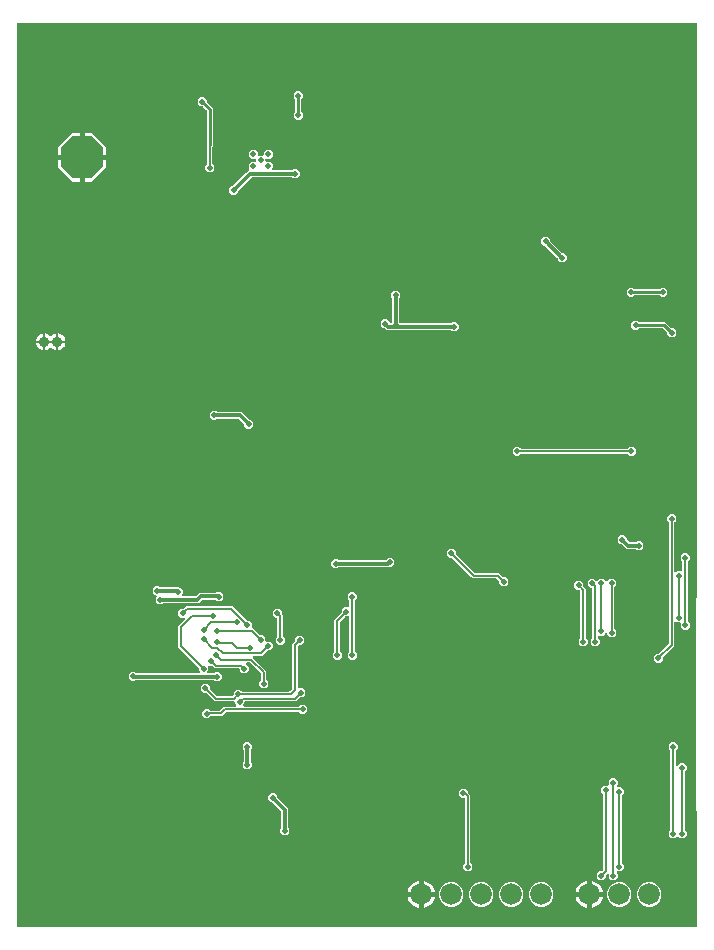
<source format=gbl>
G04 EAGLE Gerber RS-274X export*
G75*
%MOMM*%
%FSLAX34Y34*%
%LPD*%
%INBottom Copper*%
%IPPOS*%
%AMOC8*
5,1,8,0,0,1.08239X$1,22.5*%
G01*
%ADD10C,0.908000*%
%ADD11C,1.828800*%
%ADD12P,3.909464X8X22.500000*%
%ADD13C,0.230000*%
%ADD14C,0.502400*%
%ADD15C,0.203200*%
%ADD16C,0.360000*%

G36*
X577042Y2009D02*
X577042Y2009D01*
X577100Y2007D01*
X577182Y2029D01*
X577266Y2041D01*
X577319Y2064D01*
X577375Y2079D01*
X577448Y2122D01*
X577525Y2157D01*
X577570Y2195D01*
X577620Y2224D01*
X577678Y2286D01*
X577742Y2340D01*
X577774Y2389D01*
X577814Y2432D01*
X577853Y2507D01*
X577900Y2577D01*
X577917Y2633D01*
X577944Y2685D01*
X577955Y2753D01*
X577985Y2848D01*
X577988Y2948D01*
X577999Y3016D01*
X577999Y99484D01*
X577991Y99539D01*
X577993Y99581D01*
X577992Y99583D01*
X577993Y99600D01*
X577971Y99682D01*
X577959Y99766D01*
X577936Y99819D01*
X577921Y99875D01*
X577878Y99948D01*
X577843Y100025D01*
X577805Y100070D01*
X577776Y100120D01*
X577714Y100178D01*
X577660Y100242D01*
X577611Y100274D01*
X577568Y100314D01*
X577493Y100353D01*
X577423Y100400D01*
X577367Y100417D01*
X577315Y100444D01*
X577247Y100455D01*
X577194Y100472D01*
X577166Y100500D01*
X577166Y280788D01*
X577197Y280818D01*
X577266Y280828D01*
X577319Y280852D01*
X577375Y280867D01*
X577448Y280910D01*
X577525Y280944D01*
X577570Y280982D01*
X577620Y281012D01*
X577678Y281073D01*
X577742Y281128D01*
X577774Y281176D01*
X577814Y281219D01*
X577853Y281294D01*
X577900Y281364D01*
X577917Y281420D01*
X577944Y281472D01*
X577955Y281540D01*
X577985Y281636D01*
X577988Y281735D01*
X577999Y281803D01*
X577999Y766984D01*
X577991Y767042D01*
X577993Y767100D01*
X577971Y767182D01*
X577959Y767266D01*
X577936Y767319D01*
X577921Y767375D01*
X577878Y767448D01*
X577843Y767525D01*
X577805Y767570D01*
X577776Y767620D01*
X577714Y767678D01*
X577660Y767742D01*
X577611Y767774D01*
X577568Y767814D01*
X577493Y767853D01*
X577423Y767900D01*
X577367Y767917D01*
X577315Y767944D01*
X577247Y767955D01*
X577152Y767985D01*
X577052Y767988D01*
X576984Y767999D01*
X3016Y767999D01*
X2958Y767991D01*
X2900Y767993D01*
X2818Y767971D01*
X2734Y767959D01*
X2681Y767936D01*
X2625Y767921D01*
X2552Y767878D01*
X2475Y767843D01*
X2430Y767805D01*
X2380Y767776D01*
X2322Y767714D01*
X2258Y767660D01*
X2226Y767611D01*
X2186Y767568D01*
X2147Y767493D01*
X2100Y767423D01*
X2083Y767367D01*
X2056Y767315D01*
X2045Y767247D01*
X2015Y767152D01*
X2012Y767052D01*
X2001Y766984D01*
X2001Y3016D01*
X2009Y2958D01*
X2007Y2900D01*
X2029Y2818D01*
X2041Y2734D01*
X2064Y2681D01*
X2079Y2625D01*
X2122Y2552D01*
X2157Y2475D01*
X2195Y2430D01*
X2224Y2380D01*
X2286Y2322D01*
X2340Y2258D01*
X2389Y2226D01*
X2432Y2186D01*
X2507Y2147D01*
X2577Y2100D01*
X2633Y2083D01*
X2685Y2056D01*
X2753Y2045D01*
X2848Y2015D01*
X2948Y2012D01*
X3016Y2001D01*
X576984Y2001D01*
X577042Y2009D01*
G37*
%LPC*%
G36*
X209253Y204497D02*
X209253Y204497D01*
X207037Y206713D01*
X207037Y209847D01*
X208236Y211046D01*
X208288Y211115D01*
X208348Y211179D01*
X208374Y211229D01*
X208407Y211273D01*
X208438Y211354D01*
X208478Y211432D01*
X208486Y211480D01*
X208508Y211538D01*
X208520Y211686D01*
X208533Y211763D01*
X208533Y216637D01*
X208521Y216723D01*
X208518Y216811D01*
X208501Y216864D01*
X208493Y216918D01*
X208458Y216998D01*
X208431Y217081D01*
X208403Y217121D01*
X208377Y217178D01*
X208281Y217291D01*
X208236Y217355D01*
X199575Y226016D01*
X199505Y226068D01*
X199441Y226128D01*
X199392Y226154D01*
X199348Y226187D01*
X199266Y226218D01*
X199188Y226258D01*
X199140Y226266D01*
X199082Y226288D01*
X198934Y226300D01*
X198857Y226313D01*
X196777Y226313D01*
X196748Y226309D01*
X196719Y226312D01*
X196608Y226289D01*
X196496Y226273D01*
X196469Y226261D01*
X196440Y226256D01*
X196340Y226203D01*
X196236Y226157D01*
X196214Y226138D01*
X196188Y226125D01*
X196106Y226047D01*
X196019Y225974D01*
X196003Y225949D01*
X195982Y225929D01*
X195925Y225831D01*
X195862Y225737D01*
X195853Y225709D01*
X195838Y225684D01*
X195810Y225574D01*
X195776Y225466D01*
X195775Y225436D01*
X195768Y225408D01*
X195772Y225295D01*
X195769Y225182D01*
X195776Y225153D01*
X195777Y225124D01*
X195812Y225016D01*
X195841Y224907D01*
X195856Y224881D01*
X195865Y224853D01*
X195910Y224790D01*
X195986Y224662D01*
X196031Y224619D01*
X196059Y224580D01*
X198093Y222547D01*
X198093Y219413D01*
X195877Y217197D01*
X192743Y217197D01*
X190527Y219413D01*
X190527Y220218D01*
X190519Y220276D01*
X190521Y220334D01*
X190499Y220416D01*
X190487Y220500D01*
X190464Y220553D01*
X190449Y220609D01*
X190406Y220682D01*
X190371Y220759D01*
X190333Y220804D01*
X190304Y220854D01*
X190242Y220912D01*
X190188Y220976D01*
X190139Y221008D01*
X190096Y221048D01*
X190021Y221087D01*
X189951Y221134D01*
X189895Y221151D01*
X189843Y221178D01*
X189775Y221189D01*
X189680Y221219D01*
X189580Y221222D01*
X189512Y221233D01*
X169233Y221233D01*
X167216Y223250D01*
X167146Y223302D01*
X167082Y223362D01*
X167033Y223388D01*
X166989Y223421D01*
X166907Y223452D01*
X166829Y223492D01*
X166782Y223500D01*
X166723Y223522D01*
X166576Y223534D01*
X166498Y223547D01*
X164818Y223547D01*
X164760Y223539D01*
X164702Y223541D01*
X164620Y223519D01*
X164536Y223507D01*
X164483Y223484D01*
X164427Y223469D01*
X164354Y223426D01*
X164277Y223391D01*
X164232Y223353D01*
X164182Y223324D01*
X164124Y223262D01*
X164060Y223208D01*
X164028Y223159D01*
X163988Y223116D01*
X163949Y223041D01*
X163902Y222971D01*
X163885Y222915D01*
X163858Y222863D01*
X163847Y222795D01*
X163817Y222700D01*
X163814Y222600D01*
X163803Y222532D01*
X163803Y219413D01*
X163321Y218932D01*
X163304Y218908D01*
X163281Y218889D01*
X163219Y218795D01*
X163151Y218705D01*
X163140Y218677D01*
X163124Y218653D01*
X163090Y218545D01*
X163049Y218439D01*
X163047Y218410D01*
X163038Y218382D01*
X163035Y218268D01*
X163026Y218156D01*
X163032Y218127D01*
X163031Y218098D01*
X163059Y217988D01*
X163082Y217877D01*
X163095Y217851D01*
X163103Y217823D01*
X163160Y217725D01*
X163213Y217625D01*
X163233Y217603D01*
X163248Y217578D01*
X163330Y217501D01*
X163408Y217419D01*
X163434Y217404D01*
X163455Y217384D01*
X163556Y217332D01*
X163654Y217275D01*
X163682Y217268D01*
X163708Y217254D01*
X163786Y217241D01*
X163929Y217205D01*
X163992Y217207D01*
X164039Y217199D01*
X168751Y217199D01*
X168837Y217211D01*
X168925Y217214D01*
X168977Y217231D01*
X169032Y217239D01*
X169112Y217274D01*
X169195Y217301D01*
X169235Y217329D01*
X169292Y217355D01*
X169405Y217451D01*
X169469Y217496D01*
X169883Y217911D01*
X173017Y217911D01*
X175233Y215695D01*
X175233Y212561D01*
X173017Y210345D01*
X169883Y210345D01*
X169469Y210760D01*
X169399Y210812D01*
X169335Y210872D01*
X169286Y210898D01*
X169241Y210931D01*
X169160Y210962D01*
X169082Y211002D01*
X169034Y211010D01*
X168976Y211032D01*
X168828Y211044D01*
X168751Y211057D01*
X102527Y211057D01*
X102441Y211045D01*
X102353Y211042D01*
X102301Y211025D01*
X102246Y211017D01*
X102166Y210982D01*
X102083Y210955D01*
X102044Y210927D01*
X101986Y210901D01*
X101923Y210847D01*
X98763Y210847D01*
X96547Y213063D01*
X96547Y216197D01*
X98763Y218413D01*
X101897Y218413D01*
X102814Y217496D01*
X102883Y217444D01*
X102947Y217384D01*
X102997Y217358D01*
X103041Y217325D01*
X103122Y217294D01*
X103200Y217254D01*
X103248Y217246D01*
X103306Y217224D01*
X103454Y217212D01*
X103531Y217199D01*
X156001Y217199D01*
X156030Y217203D01*
X156059Y217200D01*
X156170Y217223D01*
X156282Y217239D01*
X156309Y217251D01*
X156338Y217256D01*
X156438Y217309D01*
X156542Y217355D01*
X156564Y217374D01*
X156590Y217387D01*
X156672Y217465D01*
X156759Y217538D01*
X156775Y217563D01*
X156796Y217583D01*
X156853Y217681D01*
X156916Y217775D01*
X156925Y217803D01*
X156940Y217828D01*
X156968Y217938D01*
X157002Y218046D01*
X157003Y218076D01*
X157010Y218104D01*
X157006Y218217D01*
X157009Y218330D01*
X157002Y218359D01*
X157001Y218388D01*
X156966Y218496D01*
X156937Y218605D01*
X156922Y218631D01*
X156913Y218659D01*
X156868Y218723D01*
X156792Y218850D01*
X156760Y218880D01*
X156757Y218885D01*
X156742Y218899D01*
X156719Y218932D01*
X156237Y219413D01*
X156237Y221108D01*
X156225Y221195D01*
X156222Y221282D01*
X156205Y221335D01*
X156197Y221390D01*
X156162Y221470D01*
X156135Y221553D01*
X156107Y221592D01*
X156081Y221649D01*
X155985Y221762D01*
X155940Y221826D01*
X138683Y239083D01*
X138683Y257487D01*
X143650Y262454D01*
X143668Y262478D01*
X143690Y262497D01*
X143753Y262591D01*
X143821Y262681D01*
X143832Y262709D01*
X143848Y262733D01*
X143882Y262841D01*
X143922Y262947D01*
X143925Y262976D01*
X143934Y263004D01*
X143937Y263118D01*
X143946Y263230D01*
X143940Y263259D01*
X143941Y263288D01*
X143912Y263398D01*
X143890Y263509D01*
X143876Y263535D01*
X143869Y263563D01*
X143811Y263661D01*
X143759Y263761D01*
X143739Y263783D01*
X143724Y263808D01*
X143641Y263885D01*
X143563Y263967D01*
X143538Y263982D01*
X143517Y264002D01*
X143416Y264054D01*
X143318Y264111D01*
X143290Y264118D01*
X143263Y264132D01*
X143186Y264145D01*
X143042Y264181D01*
X142980Y264179D01*
X142932Y264187D01*
X140673Y264187D01*
X138457Y266403D01*
X138457Y269537D01*
X140673Y271753D01*
X142368Y271753D01*
X142455Y271765D01*
X142542Y271768D01*
X142595Y271785D01*
X142650Y271793D01*
X142729Y271828D01*
X142813Y271855D01*
X142852Y271883D01*
X142909Y271909D01*
X143022Y272005D01*
X143086Y272050D01*
X143466Y272430D01*
X145103Y274067D01*
X184263Y274067D01*
X196439Y261890D01*
X196509Y261838D01*
X196573Y261778D01*
X196622Y261752D01*
X196666Y261719D01*
X196748Y261688D01*
X196826Y261648D01*
X196874Y261640D01*
X196932Y261618D01*
X197080Y261606D01*
X197157Y261593D01*
X198417Y261593D01*
X200633Y259377D01*
X200633Y256032D01*
X200641Y255974D01*
X200639Y255916D01*
X200661Y255834D01*
X200673Y255750D01*
X200696Y255697D01*
X200711Y255641D01*
X200754Y255568D01*
X200789Y255491D01*
X200827Y255446D01*
X200856Y255396D01*
X200918Y255338D01*
X200972Y255274D01*
X201021Y255242D01*
X201064Y255202D01*
X201139Y255163D01*
X201209Y255116D01*
X201265Y255099D01*
X201317Y255072D01*
X201385Y255061D01*
X201480Y255031D01*
X201580Y255028D01*
X201648Y255017D01*
X202085Y255017D01*
X207434Y249668D01*
X207504Y249616D01*
X207568Y249556D01*
X207617Y249530D01*
X207661Y249497D01*
X207743Y249466D01*
X207821Y249426D01*
X207868Y249418D01*
X207927Y249396D01*
X208074Y249384D01*
X208152Y249371D01*
X209847Y249371D01*
X212063Y247155D01*
X212063Y245046D01*
X212071Y244988D01*
X212069Y244929D01*
X212091Y244848D01*
X212103Y244764D01*
X212126Y244711D01*
X212141Y244654D01*
X212184Y244582D01*
X212219Y244505D01*
X212257Y244460D01*
X212286Y244410D01*
X212348Y244352D01*
X212402Y244288D01*
X212451Y244255D01*
X212494Y244215D01*
X212569Y244177D01*
X212639Y244130D01*
X212695Y244113D01*
X212747Y244086D01*
X212815Y244075D01*
X212910Y244044D01*
X213010Y244042D01*
X213078Y244030D01*
X216415Y244030D01*
X218630Y241815D01*
X218630Y238681D01*
X216415Y236465D01*
X214719Y236465D01*
X214633Y236453D01*
X214545Y236450D01*
X214493Y236433D01*
X214438Y236425D01*
X214358Y236389D01*
X214275Y236362D01*
X214236Y236334D01*
X214179Y236309D01*
X214065Y236213D01*
X214002Y236168D01*
X209509Y231675D01*
X202834Y231675D01*
X202805Y231671D01*
X202776Y231674D01*
X202665Y231651D01*
X202553Y231635D01*
X202526Y231623D01*
X202497Y231618D01*
X202397Y231566D01*
X202293Y231519D01*
X202271Y231500D01*
X202245Y231487D01*
X202163Y231409D01*
X202076Y231336D01*
X202060Y231311D01*
X202039Y231291D01*
X201982Y231193D01*
X201919Y231099D01*
X201910Y231071D01*
X201895Y231046D01*
X201867Y230936D01*
X201833Y230828D01*
X201832Y230798D01*
X201825Y230770D01*
X201829Y230657D01*
X201826Y230544D01*
X201833Y230515D01*
X201834Y230486D01*
X201869Y230378D01*
X201897Y230269D01*
X201912Y230243D01*
X201921Y230215D01*
X201967Y230152D01*
X202043Y230024D01*
X202088Y229981D01*
X202116Y229942D01*
X211470Y220589D01*
X213107Y218952D01*
X213107Y211763D01*
X213119Y211677D01*
X213122Y211589D01*
X213139Y211537D01*
X213147Y211482D01*
X213182Y211402D01*
X213209Y211319D01*
X213237Y211280D01*
X213263Y211222D01*
X213359Y211109D01*
X213404Y211046D01*
X214603Y209847D01*
X214603Y206713D01*
X212387Y204497D01*
X209253Y204497D01*
G37*
%LPD*%
%LPC*%
G36*
X160993Y179097D02*
X160993Y179097D01*
X158777Y181313D01*
X158777Y184447D01*
X160993Y186663D01*
X164127Y186663D01*
X165020Y185770D01*
X165090Y185717D01*
X165154Y185657D01*
X165203Y185632D01*
X165247Y185599D01*
X165329Y185568D01*
X165407Y185528D01*
X165454Y185520D01*
X165513Y185497D01*
X165661Y185485D01*
X165738Y185472D01*
X173058Y185472D01*
X173144Y185484D01*
X173232Y185487D01*
X173284Y185504D01*
X173339Y185512D01*
X173419Y185548D01*
X173502Y185575D01*
X173542Y185603D01*
X173599Y185628D01*
X173712Y185724D01*
X173776Y185770D01*
X176983Y188977D01*
X186763Y188977D01*
X186792Y188981D01*
X186821Y188978D01*
X186932Y189001D01*
X187044Y189017D01*
X187071Y189029D01*
X187100Y189034D01*
X187200Y189087D01*
X187304Y189133D01*
X187326Y189152D01*
X187352Y189165D01*
X187434Y189243D01*
X187521Y189316D01*
X187537Y189341D01*
X187558Y189361D01*
X187615Y189459D01*
X187678Y189553D01*
X187687Y189581D01*
X187702Y189606D01*
X187730Y189716D01*
X187764Y189824D01*
X187765Y189854D01*
X187772Y189882D01*
X187768Y189995D01*
X187771Y190108D01*
X187764Y190137D01*
X187763Y190166D01*
X187728Y190274D01*
X187699Y190383D01*
X187684Y190409D01*
X187675Y190437D01*
X187630Y190501D01*
X187554Y190628D01*
X187509Y190671D01*
X187481Y190710D01*
X186717Y191473D01*
X186717Y192278D01*
X186709Y192336D01*
X186711Y192394D01*
X186689Y192476D01*
X186677Y192560D01*
X186654Y192613D01*
X186639Y192669D01*
X186596Y192742D01*
X186561Y192819D01*
X186523Y192864D01*
X186494Y192914D01*
X186432Y192972D01*
X186378Y193036D01*
X186329Y193068D01*
X186286Y193108D01*
X186211Y193147D01*
X186141Y193194D01*
X186085Y193211D01*
X186033Y193238D01*
X185965Y193249D01*
X185870Y193279D01*
X185770Y193282D01*
X185702Y193293D01*
X169233Y193293D01*
X162136Y200390D01*
X162066Y200442D01*
X162002Y200502D01*
X161953Y200528D01*
X161909Y200561D01*
X161827Y200592D01*
X161749Y200632D01*
X161702Y200640D01*
X161643Y200662D01*
X161496Y200674D01*
X161418Y200687D01*
X159723Y200687D01*
X157507Y202903D01*
X157507Y206037D01*
X159723Y208253D01*
X162857Y208253D01*
X165073Y206037D01*
X165073Y204342D01*
X165085Y204255D01*
X165088Y204168D01*
X165105Y204115D01*
X165113Y204060D01*
X165148Y203980D01*
X165175Y203897D01*
X165203Y203858D01*
X165229Y203801D01*
X165325Y203688D01*
X165370Y203624D01*
X170830Y198164D01*
X170900Y198112D01*
X170964Y198052D01*
X171013Y198026D01*
X171057Y197993D01*
X171139Y197962D01*
X171217Y197922D01*
X171264Y197914D01*
X171323Y197892D01*
X171470Y197880D01*
X171548Y197867D01*
X184052Y197867D01*
X184139Y197879D01*
X184226Y197882D01*
X184279Y197899D01*
X184334Y197907D01*
X184414Y197942D01*
X184497Y197969D01*
X184536Y197997D01*
X184593Y198023D01*
X184706Y198119D01*
X184770Y198164D01*
X185150Y198544D01*
X185202Y198614D01*
X185262Y198678D01*
X185288Y198727D01*
X185321Y198771D01*
X185352Y198853D01*
X185392Y198931D01*
X185400Y198978D01*
X185422Y199037D01*
X185434Y199184D01*
X185447Y199262D01*
X185447Y200957D01*
X187663Y203173D01*
X190797Y203173D01*
X191996Y201974D01*
X192065Y201922D01*
X192129Y201862D01*
X192179Y201836D01*
X192223Y201803D01*
X192304Y201772D01*
X192382Y201732D01*
X192430Y201724D01*
X192488Y201702D01*
X192636Y201690D01*
X192713Y201677D01*
X232312Y201677D01*
X232399Y201689D01*
X232486Y201692D01*
X232539Y201709D01*
X232594Y201717D01*
X232674Y201752D01*
X232757Y201779D01*
X232796Y201807D01*
X232853Y201833D01*
X232966Y201929D01*
X233030Y201974D01*
X234906Y203850D01*
X234958Y203920D01*
X235018Y203984D01*
X235044Y204033D01*
X235077Y204077D01*
X235108Y204159D01*
X235148Y204237D01*
X235156Y204284D01*
X235178Y204343D01*
X235190Y204490D01*
X235203Y204568D01*
X235203Y242247D01*
X237220Y244264D01*
X237272Y244334D01*
X237332Y244398D01*
X237358Y244447D01*
X237391Y244491D01*
X237422Y244573D01*
X237462Y244651D01*
X237470Y244698D01*
X237492Y244757D01*
X237504Y244904D01*
X237517Y244982D01*
X237517Y246677D01*
X239733Y248893D01*
X242867Y248893D01*
X245083Y246677D01*
X245083Y243543D01*
X242867Y241327D01*
X241172Y241327D01*
X241085Y241315D01*
X240998Y241312D01*
X240945Y241295D01*
X240890Y241287D01*
X240810Y241252D01*
X240727Y241225D01*
X240688Y241197D01*
X240631Y241171D01*
X240518Y241075D01*
X240454Y241030D01*
X240074Y240650D01*
X240022Y240580D01*
X239962Y240516D01*
X239936Y240467D01*
X239903Y240423D01*
X239872Y240341D01*
X239832Y240263D01*
X239824Y240216D01*
X239802Y240157D01*
X239790Y240010D01*
X239777Y239932D01*
X239777Y205458D01*
X239785Y205400D01*
X239783Y205342D01*
X239805Y205260D01*
X239817Y205176D01*
X239840Y205123D01*
X239855Y205067D01*
X239898Y204994D01*
X239933Y204917D01*
X239971Y204872D01*
X240000Y204822D01*
X240062Y204764D01*
X240116Y204700D01*
X240165Y204668D01*
X240208Y204628D01*
X240283Y204589D01*
X240353Y204542D01*
X240409Y204525D01*
X240461Y204498D01*
X240529Y204487D01*
X240624Y204457D01*
X240724Y204454D01*
X240792Y204443D01*
X243855Y204443D01*
X246071Y202227D01*
X246071Y199093D01*
X243855Y196877D01*
X242160Y196877D01*
X242073Y196865D01*
X241986Y196862D01*
X241933Y196845D01*
X241878Y196837D01*
X241798Y196802D01*
X241715Y196775D01*
X241676Y196747D01*
X241619Y196721D01*
X241506Y196625D01*
X241442Y196580D01*
X238155Y193293D01*
X195298Y193293D01*
X195240Y193285D01*
X195182Y193287D01*
X195100Y193265D01*
X195016Y193253D01*
X194963Y193230D01*
X194907Y193215D01*
X194834Y193172D01*
X194757Y193137D01*
X194712Y193099D01*
X194662Y193070D01*
X194604Y193008D01*
X194540Y192954D01*
X194508Y192905D01*
X194468Y192862D01*
X194429Y192787D01*
X194382Y192717D01*
X194365Y192661D01*
X194338Y192609D01*
X194327Y192541D01*
X194297Y192446D01*
X194294Y192346D01*
X194283Y192278D01*
X194283Y191473D01*
X193519Y190710D01*
X193502Y190686D01*
X193479Y190667D01*
X193417Y190573D01*
X193349Y190483D01*
X193338Y190455D01*
X193322Y190431D01*
X193288Y190323D01*
X193247Y190217D01*
X193245Y190188D01*
X193236Y190160D01*
X193233Y190046D01*
X193224Y189934D01*
X193230Y189905D01*
X193229Y189876D01*
X193257Y189766D01*
X193280Y189655D01*
X193293Y189629D01*
X193301Y189601D01*
X193358Y189503D01*
X193411Y189403D01*
X193431Y189381D01*
X193446Y189356D01*
X193528Y189279D01*
X193606Y189197D01*
X193632Y189182D01*
X193653Y189162D01*
X193754Y189110D01*
X193852Y189053D01*
X193880Y189046D01*
X193906Y189032D01*
X193984Y189019D01*
X194127Y188983D01*
X194190Y188985D01*
X194237Y188977D01*
X240357Y188977D01*
X240443Y188989D01*
X240531Y188992D01*
X240583Y189009D01*
X240638Y189017D01*
X240718Y189052D01*
X240801Y189079D01*
X240840Y189107D01*
X240898Y189133D01*
X241011Y189229D01*
X241074Y189274D01*
X242273Y190473D01*
X245407Y190473D01*
X247623Y188257D01*
X247623Y185123D01*
X245407Y182907D01*
X242273Y182907D01*
X241074Y184106D01*
X241005Y184158D01*
X240941Y184218D01*
X240891Y184244D01*
X240847Y184277D01*
X240766Y184308D01*
X240688Y184348D01*
X240640Y184356D01*
X240582Y184378D01*
X240434Y184390D01*
X240357Y184403D01*
X179298Y184403D01*
X179211Y184391D01*
X179124Y184388D01*
X179071Y184371D01*
X179016Y184363D01*
X178936Y184328D01*
X178853Y184301D01*
X178814Y184273D01*
X178757Y184247D01*
X178644Y184151D01*
X178580Y184106D01*
X175373Y180899D01*
X166349Y180899D01*
X166262Y180886D01*
X166175Y180884D01*
X166122Y180867D01*
X166067Y180859D01*
X165988Y180823D01*
X165904Y180796D01*
X165865Y180768D01*
X165808Y180743D01*
X165695Y180647D01*
X165631Y180601D01*
X164127Y179097D01*
X160993Y179097D01*
G37*
%LPD*%
%LPC*%
G36*
X495003Y41937D02*
X495003Y41937D01*
X492787Y44153D01*
X492787Y47287D01*
X495003Y49503D01*
X496698Y49503D01*
X496785Y49515D01*
X496872Y49518D01*
X496925Y49535D01*
X496980Y49543D01*
X497060Y49578D01*
X497143Y49605D01*
X497182Y49633D01*
X497239Y49659D01*
X497352Y49755D01*
X497416Y49800D01*
X497796Y50180D01*
X497848Y50250D01*
X497908Y50314D01*
X497934Y50363D01*
X497967Y50407D01*
X497998Y50489D01*
X498038Y50567D01*
X498046Y50614D01*
X498068Y50673D01*
X498080Y50820D01*
X498093Y50898D01*
X498093Y114627D01*
X498081Y114713D01*
X498078Y114801D01*
X498061Y114853D01*
X498053Y114908D01*
X498018Y114988D01*
X497991Y115071D01*
X497963Y115110D01*
X497937Y115168D01*
X497841Y115281D01*
X497796Y115344D01*
X496597Y116543D01*
X496597Y119677D01*
X498813Y121893D01*
X501932Y121893D01*
X501990Y121901D01*
X502048Y121899D01*
X502130Y121921D01*
X502214Y121933D01*
X502267Y121956D01*
X502323Y121971D01*
X502396Y122014D01*
X502473Y122049D01*
X502518Y122087D01*
X502568Y122116D01*
X502626Y122178D01*
X502690Y122232D01*
X502722Y122281D01*
X502762Y122324D01*
X502801Y122399D01*
X502848Y122469D01*
X502865Y122525D01*
X502892Y122577D01*
X502903Y122645D01*
X502933Y122740D01*
X502936Y122840D01*
X502947Y122908D01*
X502947Y126027D01*
X505163Y128243D01*
X508297Y128243D01*
X510513Y126027D01*
X510513Y122893D01*
X509975Y122356D01*
X509958Y122332D01*
X509935Y122313D01*
X509873Y122219D01*
X509805Y122129D01*
X509794Y122101D01*
X509778Y122077D01*
X509744Y121969D01*
X509703Y121863D01*
X509701Y121834D01*
X509692Y121806D01*
X509689Y121692D01*
X509680Y121580D01*
X509686Y121551D01*
X509685Y121522D01*
X509713Y121412D01*
X509736Y121301D01*
X509749Y121275D01*
X509757Y121247D01*
X509814Y121149D01*
X509867Y121049D01*
X509887Y121027D01*
X509902Y121002D01*
X509984Y120925D01*
X510062Y120843D01*
X510088Y120828D01*
X510109Y120808D01*
X510210Y120756D01*
X510308Y120699D01*
X510336Y120692D01*
X510362Y120678D01*
X510440Y120665D01*
X510583Y120629D01*
X510646Y120631D01*
X510693Y120623D01*
X513377Y120623D01*
X515593Y118407D01*
X515593Y115273D01*
X514394Y114074D01*
X514342Y114005D01*
X514282Y113941D01*
X514256Y113891D01*
X514223Y113847D01*
X514192Y113766D01*
X514152Y113688D01*
X514144Y113640D01*
X514122Y113582D01*
X514110Y113434D01*
X514097Y113357D01*
X514097Y56823D01*
X514105Y56766D01*
X514103Y56708D01*
X514111Y56680D01*
X514112Y56649D01*
X514129Y56597D01*
X514137Y56542D01*
X514161Y56487D01*
X514175Y56433D01*
X514190Y56409D01*
X514199Y56379D01*
X514227Y56340D01*
X514253Y56282D01*
X514292Y56236D01*
X514320Y56188D01*
X514364Y56147D01*
X514394Y56106D01*
X515593Y54907D01*
X515593Y51773D01*
X513377Y49557D01*
X510693Y49557D01*
X510664Y49553D01*
X510635Y49556D01*
X510524Y49533D01*
X510412Y49517D01*
X510385Y49505D01*
X510356Y49500D01*
X510256Y49447D01*
X510152Y49401D01*
X510130Y49382D01*
X510104Y49369D01*
X510022Y49291D01*
X509935Y49218D01*
X509919Y49193D01*
X509898Y49173D01*
X509841Y49075D01*
X509778Y48981D01*
X509769Y48953D01*
X509754Y48928D01*
X509726Y48818D01*
X509692Y48710D01*
X509691Y48680D01*
X509684Y48652D01*
X509688Y48539D01*
X509685Y48426D01*
X509692Y48397D01*
X509693Y48368D01*
X509728Y48260D01*
X509757Y48151D01*
X509772Y48125D01*
X509781Y48097D01*
X509826Y48033D01*
X509902Y47906D01*
X509947Y47863D01*
X509975Y47824D01*
X510513Y47287D01*
X510513Y44153D01*
X508297Y41937D01*
X505163Y41937D01*
X502947Y44153D01*
X502947Y46412D01*
X502943Y46441D01*
X502946Y46471D01*
X502923Y46582D01*
X502907Y46694D01*
X502895Y46721D01*
X502890Y46749D01*
X502837Y46850D01*
X502791Y46953D01*
X502772Y46976D01*
X502759Y47002D01*
X502681Y47084D01*
X502608Y47170D01*
X502583Y47186D01*
X502563Y47208D01*
X502465Y47265D01*
X502371Y47328D01*
X502343Y47337D01*
X502318Y47352D01*
X502208Y47379D01*
X502100Y47414D01*
X502070Y47414D01*
X502042Y47422D01*
X501929Y47418D01*
X501816Y47421D01*
X501787Y47413D01*
X501758Y47413D01*
X501650Y47378D01*
X501541Y47349D01*
X501515Y47334D01*
X501487Y47325D01*
X501423Y47279D01*
X501296Y47204D01*
X501253Y47158D01*
X501214Y47130D01*
X500650Y46566D01*
X500597Y46496D01*
X500538Y46432D01*
X500512Y46383D01*
X500479Y46339D01*
X500448Y46257D01*
X500408Y46179D01*
X500400Y46132D01*
X500378Y46073D01*
X500366Y45926D01*
X500353Y45848D01*
X500353Y44153D01*
X498137Y41937D01*
X495003Y41937D01*
G37*
%LPD*%
%LPC*%
G36*
X543263Y226087D02*
X543263Y226087D01*
X541047Y228303D01*
X541047Y231437D01*
X543263Y233653D01*
X544958Y233653D01*
X545045Y233665D01*
X545132Y233668D01*
X545185Y233685D01*
X545240Y233693D01*
X545320Y233728D01*
X545403Y233755D01*
X545442Y233783D01*
X545499Y233809D01*
X545612Y233905D01*
X545676Y233950D01*
X553676Y241950D01*
X553728Y242020D01*
X553788Y242084D01*
X553814Y242133D01*
X553847Y242177D01*
X553878Y242259D01*
X553918Y242337D01*
X553926Y242384D01*
X553948Y242443D01*
X553960Y242590D01*
X553973Y242668D01*
X553973Y344497D01*
X553961Y344583D01*
X553958Y344671D01*
X553941Y344723D01*
X553933Y344778D01*
X553898Y344858D01*
X553871Y344941D01*
X553843Y344981D01*
X553817Y345038D01*
X553721Y345151D01*
X553676Y345215D01*
X552477Y346413D01*
X552477Y349547D01*
X554693Y351763D01*
X557827Y351763D01*
X560043Y349547D01*
X560043Y346413D01*
X558844Y345215D01*
X558792Y345145D01*
X558732Y345081D01*
X558706Y345032D01*
X558673Y344987D01*
X558642Y344906D01*
X558602Y344828D01*
X558594Y344780D01*
X558572Y344722D01*
X558560Y344574D01*
X558547Y344497D01*
X558547Y303457D01*
X558551Y303428D01*
X558548Y303399D01*
X558571Y303288D01*
X558587Y303176D01*
X558599Y303149D01*
X558604Y303120D01*
X558657Y303020D01*
X558703Y302916D01*
X558722Y302894D01*
X558735Y302868D01*
X558813Y302786D01*
X558886Y302699D01*
X558911Y302683D01*
X558931Y302662D01*
X559029Y302605D01*
X559123Y302542D01*
X559151Y302533D01*
X559176Y302518D01*
X559286Y302490D01*
X559394Y302456D01*
X559424Y302455D01*
X559452Y302448D01*
X559565Y302452D01*
X559678Y302449D01*
X559707Y302456D01*
X559736Y302457D01*
X559844Y302492D01*
X559953Y302521D01*
X559979Y302536D01*
X560007Y302545D01*
X560071Y302590D01*
X560198Y302666D01*
X560241Y302711D01*
X560280Y302739D01*
X561043Y303503D01*
X564388Y303503D01*
X564446Y303511D01*
X564504Y303509D01*
X564586Y303531D01*
X564670Y303543D01*
X564723Y303566D01*
X564779Y303581D01*
X564852Y303624D01*
X564929Y303659D01*
X564974Y303697D01*
X565024Y303726D01*
X565082Y303788D01*
X565146Y303842D01*
X565178Y303891D01*
X565218Y303934D01*
X565257Y304009D01*
X565304Y304079D01*
X565321Y304135D01*
X565348Y304187D01*
X565359Y304255D01*
X565389Y304350D01*
X565392Y304450D01*
X565403Y304518D01*
X565403Y311477D01*
X565391Y311563D01*
X565388Y311651D01*
X565371Y311703D01*
X565363Y311758D01*
X565328Y311838D01*
X565301Y311921D01*
X565273Y311960D01*
X565247Y312018D01*
X565151Y312131D01*
X565106Y312194D01*
X563907Y313393D01*
X563907Y316527D01*
X566123Y318743D01*
X569257Y318743D01*
X571473Y316527D01*
X571473Y313393D01*
X570274Y312194D01*
X570222Y312125D01*
X570162Y312061D01*
X570136Y312011D01*
X570103Y311967D01*
X570072Y311886D01*
X570032Y311808D01*
X570024Y311760D01*
X570002Y311702D01*
X569990Y311554D01*
X569977Y311477D01*
X569977Y261293D01*
X569989Y261207D01*
X569992Y261119D01*
X570009Y261067D01*
X570017Y261012D01*
X570052Y260932D01*
X570079Y260849D01*
X570107Y260810D01*
X570133Y260752D01*
X570229Y260639D01*
X570274Y260576D01*
X571473Y259377D01*
X571473Y256243D01*
X569257Y254027D01*
X566123Y254027D01*
X563907Y256243D01*
X563907Y259362D01*
X563899Y259420D01*
X563901Y259478D01*
X563879Y259560D01*
X563867Y259644D01*
X563844Y259697D01*
X563829Y259753D01*
X563786Y259826D01*
X563751Y259903D01*
X563713Y259948D01*
X563684Y259998D01*
X563622Y260056D01*
X563568Y260120D01*
X563519Y260152D01*
X563476Y260192D01*
X563401Y260231D01*
X563331Y260278D01*
X563275Y260295D01*
X563223Y260322D01*
X563155Y260333D01*
X563060Y260363D01*
X562960Y260366D01*
X562892Y260377D01*
X561043Y260377D01*
X560280Y261141D01*
X560256Y261158D01*
X560237Y261181D01*
X560143Y261243D01*
X560053Y261311D01*
X560025Y261322D01*
X560001Y261338D01*
X559893Y261372D01*
X559787Y261413D01*
X559758Y261415D01*
X559730Y261424D01*
X559616Y261427D01*
X559504Y261436D01*
X559475Y261430D01*
X559446Y261431D01*
X559336Y261403D01*
X559225Y261380D01*
X559199Y261367D01*
X559171Y261359D01*
X559073Y261302D01*
X558973Y261249D01*
X558951Y261229D01*
X558926Y261214D01*
X558849Y261132D01*
X558767Y261054D01*
X558752Y261028D01*
X558732Y261007D01*
X558680Y260906D01*
X558623Y260808D01*
X558616Y260780D01*
X558602Y260754D01*
X558589Y260676D01*
X558553Y260533D01*
X558555Y260470D01*
X558547Y260423D01*
X558547Y240353D01*
X548910Y230716D01*
X548858Y230646D01*
X548798Y230582D01*
X548772Y230533D01*
X548739Y230489D01*
X548708Y230407D01*
X548668Y230329D01*
X548660Y230282D01*
X548638Y230223D01*
X548626Y230076D01*
X548613Y229998D01*
X548613Y228303D01*
X546397Y226087D01*
X543263Y226087D01*
G37*
%LPD*%
%LPC*%
G36*
X489923Y240057D02*
X489923Y240057D01*
X487707Y242273D01*
X487707Y245407D01*
X488906Y246606D01*
X488958Y246675D01*
X489018Y246739D01*
X489044Y246789D01*
X489077Y246833D01*
X489108Y246914D01*
X489148Y246992D01*
X489156Y247040D01*
X489178Y247098D01*
X489190Y247246D01*
X489203Y247323D01*
X489203Y288644D01*
X489195Y288702D01*
X489197Y288760D01*
X489175Y288842D01*
X489163Y288926D01*
X489140Y288979D01*
X489125Y289035D01*
X489082Y289108D01*
X489047Y289185D01*
X489009Y289230D01*
X488980Y289280D01*
X488918Y289338D01*
X488864Y289402D01*
X488815Y289434D01*
X488772Y289474D01*
X488697Y289513D01*
X488627Y289560D01*
X488571Y289577D01*
X488519Y289604D01*
X488451Y289615D01*
X488356Y289645D01*
X488256Y289648D01*
X488188Y289659D01*
X487383Y289659D01*
X485167Y291875D01*
X485167Y295009D01*
X487383Y297225D01*
X490517Y297225D01*
X492078Y295663D01*
X492125Y295628D01*
X492165Y295586D01*
X492238Y295543D01*
X492305Y295493D01*
X492360Y295472D01*
X492410Y295442D01*
X492492Y295421D01*
X492571Y295391D01*
X492629Y295387D01*
X492686Y295372D01*
X492770Y295375D01*
X492854Y295368D01*
X492912Y295379D01*
X492970Y295381D01*
X493050Y295407D01*
X493133Y295424D01*
X493185Y295451D01*
X493241Y295469D01*
X493297Y295509D01*
X493385Y295555D01*
X493458Y295623D01*
X493514Y295663D01*
X495003Y297153D01*
X498137Y297153D01*
X500297Y294992D01*
X500344Y294957D01*
X500384Y294915D01*
X500457Y294872D01*
X500524Y294822D01*
X500579Y294801D01*
X500629Y294771D01*
X500711Y294750D01*
X500790Y294720D01*
X500848Y294716D01*
X500905Y294701D01*
X500989Y294704D01*
X501073Y294697D01*
X501131Y294708D01*
X501189Y294710D01*
X501269Y294736D01*
X501352Y294753D01*
X501404Y294780D01*
X501460Y294798D01*
X501516Y294838D01*
X501604Y294884D01*
X501677Y294952D01*
X501733Y294992D01*
X503893Y297153D01*
X507027Y297153D01*
X509243Y294937D01*
X509243Y291803D01*
X508044Y290604D01*
X507992Y290535D01*
X507932Y290471D01*
X507906Y290421D01*
X507873Y290377D01*
X507842Y290296D01*
X507802Y290218D01*
X507794Y290170D01*
X507772Y290112D01*
X507760Y289964D01*
X507747Y289887D01*
X507747Y254943D01*
X507759Y254857D01*
X507762Y254769D01*
X507779Y254717D01*
X507787Y254662D01*
X507822Y254582D01*
X507849Y254499D01*
X507877Y254460D01*
X507903Y254402D01*
X507999Y254289D01*
X508044Y254226D01*
X509243Y253027D01*
X509243Y249893D01*
X507027Y247677D01*
X503893Y247677D01*
X501677Y249893D01*
X501677Y250037D01*
X501673Y250066D01*
X501676Y250095D01*
X501653Y250206D01*
X501637Y250318D01*
X501625Y250345D01*
X501620Y250374D01*
X501567Y250474D01*
X501521Y250578D01*
X501502Y250600D01*
X501489Y250626D01*
X501411Y250708D01*
X501338Y250795D01*
X501313Y250811D01*
X501293Y250832D01*
X501195Y250889D01*
X501101Y250952D01*
X501073Y250961D01*
X501048Y250976D01*
X500938Y251004D01*
X500830Y251038D01*
X500800Y251039D01*
X500772Y251046D01*
X500659Y251042D01*
X500546Y251045D01*
X500517Y251038D01*
X500488Y251037D01*
X500380Y251002D01*
X500271Y250973D01*
X500245Y250958D01*
X500217Y250949D01*
X500154Y250904D01*
X500026Y250828D01*
X499983Y250783D01*
X499944Y250755D01*
X498137Y248947D01*
X494792Y248947D01*
X494734Y248939D01*
X494676Y248941D01*
X494594Y248919D01*
X494510Y248907D01*
X494457Y248884D01*
X494401Y248869D01*
X494328Y248826D01*
X494251Y248791D01*
X494206Y248753D01*
X494156Y248724D01*
X494098Y248662D01*
X494034Y248608D01*
X494002Y248559D01*
X493962Y248516D01*
X493923Y248441D01*
X493876Y248371D01*
X493859Y248315D01*
X493832Y248263D01*
X493821Y248195D01*
X493791Y248100D01*
X493788Y248000D01*
X493777Y247932D01*
X493777Y247323D01*
X493789Y247237D01*
X493792Y247149D01*
X493809Y247097D01*
X493817Y247042D01*
X493852Y246962D01*
X493879Y246879D01*
X493907Y246840D01*
X493933Y246782D01*
X494029Y246669D01*
X494074Y246606D01*
X495273Y245407D01*
X495273Y242273D01*
X493057Y240057D01*
X489923Y240057D01*
G37*
%LPD*%
%LPC*%
G36*
X555963Y77497D02*
X555963Y77497D01*
X553747Y79713D01*
X553747Y82847D01*
X554946Y84046D01*
X554998Y84115D01*
X555058Y84179D01*
X555084Y84229D01*
X555117Y84273D01*
X555148Y84354D01*
X555188Y84432D01*
X555196Y84480D01*
X555218Y84538D01*
X555230Y84686D01*
X555243Y84763D01*
X555243Y151457D01*
X555231Y151543D01*
X555228Y151631D01*
X555211Y151683D01*
X555203Y151738D01*
X555168Y151818D01*
X555141Y151901D01*
X555113Y151940D01*
X555087Y151998D01*
X554991Y152111D01*
X554946Y152174D01*
X553747Y153373D01*
X553747Y156507D01*
X555963Y158723D01*
X559097Y158723D01*
X561313Y156507D01*
X561313Y153373D01*
X560114Y152174D01*
X560062Y152105D01*
X560002Y152041D01*
X559976Y151991D01*
X559943Y151947D01*
X559912Y151866D01*
X559872Y151788D01*
X559864Y151740D01*
X559842Y151682D01*
X559830Y151534D01*
X559817Y151457D01*
X559817Y139627D01*
X559821Y139598D01*
X559818Y139569D01*
X559841Y139458D01*
X559857Y139346D01*
X559869Y139319D01*
X559874Y139290D01*
X559927Y139190D01*
X559973Y139086D01*
X559992Y139064D01*
X560005Y139038D01*
X560083Y138956D01*
X560156Y138869D01*
X560181Y138853D01*
X560201Y138832D01*
X560299Y138775D01*
X560393Y138712D01*
X560421Y138703D01*
X560446Y138688D01*
X560556Y138660D01*
X560664Y138626D01*
X560694Y138625D01*
X560722Y138618D01*
X560835Y138622D01*
X560948Y138619D01*
X560977Y138626D01*
X561006Y138627D01*
X561114Y138662D01*
X561223Y138691D01*
X561249Y138706D01*
X561277Y138715D01*
X561340Y138760D01*
X561468Y138836D01*
X561511Y138881D01*
X561550Y138909D01*
X563583Y140943D01*
X566717Y140943D01*
X568933Y138727D01*
X568933Y135593D01*
X567734Y134394D01*
X567682Y134325D01*
X567622Y134261D01*
X567596Y134211D01*
X567563Y134167D01*
X567532Y134086D01*
X567492Y134008D01*
X567484Y133960D01*
X567462Y133902D01*
X567450Y133754D01*
X567437Y133677D01*
X567437Y84763D01*
X567449Y84677D01*
X567452Y84589D01*
X567469Y84537D01*
X567477Y84482D01*
X567512Y84402D01*
X567539Y84319D01*
X567567Y84280D01*
X567593Y84222D01*
X567689Y84109D01*
X567734Y84046D01*
X568933Y82847D01*
X568933Y79713D01*
X566717Y77497D01*
X563583Y77497D01*
X562058Y79023D01*
X562011Y79058D01*
X561971Y79100D01*
X561898Y79143D01*
X561831Y79193D01*
X561776Y79214D01*
X561726Y79244D01*
X561644Y79265D01*
X561565Y79295D01*
X561507Y79299D01*
X561450Y79314D01*
X561366Y79311D01*
X561282Y79318D01*
X561224Y79307D01*
X561166Y79305D01*
X561086Y79279D01*
X561003Y79262D01*
X560951Y79235D01*
X560895Y79217D01*
X560839Y79177D01*
X560751Y79131D01*
X560678Y79063D01*
X560622Y79023D01*
X559097Y77497D01*
X555963Y77497D01*
G37*
%LPD*%
%LPC*%
G36*
X183853Y622327D02*
X183853Y622327D01*
X181637Y624543D01*
X181637Y627677D01*
X183853Y629893D01*
X184440Y629893D01*
X184526Y629905D01*
X184614Y629908D01*
X184666Y629925D01*
X184721Y629933D01*
X184801Y629968D01*
X184884Y629995D01*
X184923Y630023D01*
X184980Y630049D01*
X185094Y630145D01*
X185157Y630190D01*
X196022Y641055D01*
X198271Y643304D01*
X198306Y643350D01*
X198349Y643391D01*
X198391Y643464D01*
X198442Y643531D01*
X198463Y643585D01*
X198492Y643636D01*
X198513Y643718D01*
X198543Y643797D01*
X198548Y643855D01*
X198562Y643911D01*
X198560Y643996D01*
X198567Y644080D01*
X198555Y644137D01*
X198553Y644196D01*
X198527Y644276D01*
X198511Y644359D01*
X198484Y644410D01*
X198466Y644466D01*
X198426Y644522D01*
X198380Y644611D01*
X198311Y644683D01*
X198271Y644739D01*
X198147Y644863D01*
X198147Y647997D01*
X200363Y650213D01*
X203482Y650213D01*
X203540Y650221D01*
X203598Y650219D01*
X203680Y650241D01*
X203764Y650253D01*
X203817Y650276D01*
X203873Y650291D01*
X203946Y650334D01*
X204023Y650369D01*
X204068Y650407D01*
X204118Y650436D01*
X204176Y650498D01*
X204240Y650552D01*
X204272Y650601D01*
X204312Y650644D01*
X204351Y650719D01*
X204398Y650789D01*
X204415Y650845D01*
X204442Y650897D01*
X204453Y650965D01*
X204483Y651060D01*
X204486Y651160D01*
X204497Y651228D01*
X204497Y651792D01*
X204490Y651845D01*
X204491Y651877D01*
X204490Y651880D01*
X204491Y651908D01*
X204469Y651990D01*
X204457Y652074D01*
X204434Y652127D01*
X204419Y652183D01*
X204376Y652256D01*
X204341Y652333D01*
X204303Y652378D01*
X204274Y652428D01*
X204212Y652486D01*
X204158Y652550D01*
X204109Y652582D01*
X204066Y652622D01*
X203991Y652661D01*
X203921Y652708D01*
X203865Y652725D01*
X203813Y652752D01*
X203745Y652763D01*
X203650Y652793D01*
X203550Y652796D01*
X203482Y652807D01*
X200363Y652807D01*
X198147Y655023D01*
X198147Y658157D01*
X200363Y660373D01*
X203497Y660373D01*
X205713Y658157D01*
X205713Y656308D01*
X205721Y656250D01*
X205719Y656192D01*
X205741Y656110D01*
X205753Y656026D01*
X205776Y655973D01*
X205791Y655917D01*
X205834Y655844D01*
X205869Y655767D01*
X205907Y655722D01*
X205936Y655672D01*
X205998Y655614D01*
X206052Y655550D01*
X206101Y655518D01*
X206144Y655478D01*
X206219Y655439D01*
X206289Y655392D01*
X206345Y655375D01*
X206397Y655348D01*
X206465Y655337D01*
X206560Y655307D01*
X206660Y655304D01*
X206728Y655293D01*
X209832Y655293D01*
X209890Y655301D01*
X209948Y655299D01*
X210030Y655321D01*
X210114Y655333D01*
X210167Y655356D01*
X210223Y655371D01*
X210296Y655414D01*
X210373Y655449D01*
X210418Y655487D01*
X210468Y655516D01*
X210526Y655578D01*
X210590Y655632D01*
X210622Y655681D01*
X210662Y655724D01*
X210701Y655799D01*
X210748Y655869D01*
X210765Y655925D01*
X210792Y655977D01*
X210803Y656045D01*
X210833Y656140D01*
X210836Y656240D01*
X210847Y656308D01*
X210847Y658157D01*
X213063Y660373D01*
X216197Y660373D01*
X218413Y658157D01*
X218413Y655023D01*
X216197Y652807D01*
X213078Y652807D01*
X213020Y652799D01*
X212962Y652801D01*
X212880Y652779D01*
X212796Y652767D01*
X212743Y652744D01*
X212687Y652729D01*
X212614Y652686D01*
X212537Y652651D01*
X212492Y652613D01*
X212442Y652584D01*
X212384Y652522D01*
X212320Y652468D01*
X212288Y652419D01*
X212248Y652376D01*
X212209Y652301D01*
X212162Y652231D01*
X212145Y652175D01*
X212118Y652123D01*
X212107Y652055D01*
X212077Y651960D01*
X212074Y651860D01*
X212063Y651792D01*
X212063Y651228D01*
X212071Y651170D01*
X212069Y651112D01*
X212091Y651030D01*
X212103Y650946D01*
X212126Y650893D01*
X212141Y650837D01*
X212184Y650764D01*
X212219Y650687D01*
X212257Y650642D01*
X212286Y650592D01*
X212348Y650534D01*
X212402Y650470D01*
X212451Y650438D01*
X212494Y650398D01*
X212569Y650359D01*
X212639Y650312D01*
X212695Y650295D01*
X212747Y650268D01*
X212815Y650257D01*
X212910Y650227D01*
X213010Y650224D01*
X213078Y650213D01*
X216197Y650213D01*
X218413Y647997D01*
X218413Y644858D01*
X218393Y644841D01*
X218331Y644747D01*
X218263Y644657D01*
X218252Y644629D01*
X218236Y644605D01*
X218202Y644497D01*
X218161Y644391D01*
X218159Y644362D01*
X218150Y644334D01*
X218147Y644221D01*
X218138Y644108D01*
X218144Y644079D01*
X218143Y644050D01*
X218171Y643940D01*
X218194Y643829D01*
X218207Y643803D01*
X218215Y643775D01*
X218272Y643677D01*
X218325Y643577D01*
X218345Y643555D01*
X218360Y643530D01*
X218442Y643453D01*
X218520Y643371D01*
X218546Y643356D01*
X218567Y643336D01*
X218668Y643284D01*
X218766Y643227D01*
X218794Y643220D01*
X218820Y643206D01*
X218898Y643193D01*
X219041Y643157D01*
X219104Y643159D01*
X219151Y643151D01*
X234791Y643151D01*
X234877Y643163D01*
X234965Y643166D01*
X235017Y643183D01*
X235072Y643191D01*
X235152Y643226D01*
X235235Y643253D01*
X235274Y643281D01*
X235332Y643307D01*
X235445Y643403D01*
X235508Y643448D01*
X235923Y643863D01*
X239057Y643863D01*
X241273Y641647D01*
X241273Y638513D01*
X239057Y636297D01*
X235923Y636297D01*
X235508Y636712D01*
X235439Y636764D01*
X235375Y636824D01*
X235325Y636850D01*
X235281Y636883D01*
X235200Y636914D01*
X235122Y636954D01*
X235074Y636962D01*
X235016Y636984D01*
X234868Y636996D01*
X234791Y637009D01*
X201082Y637009D01*
X200996Y636997D01*
X200908Y636994D01*
X200856Y636977D01*
X200801Y636969D01*
X200721Y636934D01*
X200638Y636907D01*
X200599Y636879D01*
X200542Y636853D01*
X200428Y636757D01*
X200365Y636712D01*
X189500Y625847D01*
X189448Y625778D01*
X189388Y625714D01*
X189362Y625664D01*
X189329Y625620D01*
X189298Y625539D01*
X189258Y625461D01*
X189250Y625413D01*
X189228Y625355D01*
X189216Y625207D01*
X189203Y625130D01*
X189203Y624543D01*
X186987Y622327D01*
X183853Y622327D01*
G37*
%LPD*%
%LPC*%
G36*
X370543Y506757D02*
X370543Y506757D01*
X370128Y507172D01*
X370059Y507224D01*
X369995Y507284D01*
X369945Y507310D01*
X369901Y507343D01*
X369820Y507374D01*
X369742Y507414D01*
X369694Y507422D01*
X369636Y507444D01*
X369488Y507456D01*
X369411Y507469D01*
X314958Y507469D01*
X313427Y509000D01*
X313358Y509052D01*
X313294Y509112D01*
X313244Y509138D01*
X313200Y509171D01*
X313119Y509202D01*
X313041Y509242D01*
X312993Y509250D01*
X312935Y509272D01*
X312787Y509284D01*
X312710Y509297D01*
X312123Y509297D01*
X309907Y511513D01*
X309907Y514647D01*
X312123Y516863D01*
X315257Y516863D01*
X317490Y514629D01*
X317497Y514597D01*
X317513Y514485D01*
X317525Y514458D01*
X317530Y514429D01*
X317582Y514329D01*
X317629Y514226D01*
X317648Y514203D01*
X317661Y514177D01*
X317739Y514095D01*
X317812Y514009D01*
X317837Y513992D01*
X317857Y513971D01*
X317955Y513914D01*
X318049Y513851D01*
X318077Y513842D01*
X318102Y513827D01*
X318212Y513799D01*
X318320Y513765D01*
X318350Y513764D01*
X318378Y513757D01*
X318491Y513761D01*
X318604Y513758D01*
X318633Y513765D01*
X318662Y513766D01*
X318770Y513801D01*
X318879Y513830D01*
X318905Y513845D01*
X318933Y513854D01*
X318996Y513899D01*
X319124Y513975D01*
X319129Y513980D01*
X319130Y513981D01*
X319168Y514021D01*
X319206Y514049D01*
X319212Y514055D01*
X319264Y514124D01*
X319324Y514188D01*
X319350Y514238D01*
X319383Y514282D01*
X319414Y514363D01*
X319454Y514441D01*
X319462Y514489D01*
X319484Y514547D01*
X319496Y514695D01*
X319509Y514772D01*
X319509Y534511D01*
X319497Y534597D01*
X319494Y534685D01*
X319477Y534737D01*
X319469Y534792D01*
X319434Y534872D01*
X319407Y534955D01*
X319379Y534994D01*
X319353Y535052D01*
X319257Y535165D01*
X319212Y535228D01*
X318797Y535643D01*
X318797Y538777D01*
X321013Y540993D01*
X324147Y540993D01*
X326363Y538777D01*
X326363Y535643D01*
X325948Y535228D01*
X325896Y535159D01*
X325836Y535095D01*
X325810Y535045D01*
X325777Y535001D01*
X325746Y534920D01*
X325706Y534842D01*
X325698Y534794D01*
X325676Y534736D01*
X325664Y534588D01*
X325651Y534511D01*
X325651Y514772D01*
X325663Y514686D01*
X325666Y514598D01*
X325683Y514546D01*
X325691Y514491D01*
X325726Y514411D01*
X325753Y514328D01*
X325781Y514289D01*
X325807Y514232D01*
X325903Y514118D01*
X325948Y514055D01*
X326095Y513908D01*
X326164Y513856D01*
X326228Y513796D01*
X326278Y513770D01*
X326322Y513737D01*
X326403Y513706D01*
X326481Y513666D01*
X326529Y513658D01*
X326587Y513636D01*
X326735Y513624D01*
X326812Y513611D01*
X369411Y513611D01*
X369497Y513623D01*
X369585Y513626D01*
X369637Y513643D01*
X369692Y513651D01*
X369772Y513686D01*
X369855Y513713D01*
X369894Y513741D01*
X369952Y513767D01*
X370065Y513863D01*
X370128Y513908D01*
X370543Y514323D01*
X373677Y514323D01*
X375893Y512107D01*
X375893Y508973D01*
X373677Y506757D01*
X370543Y506757D01*
G37*
%LPD*%
%LPC*%
G36*
X121623Y275617D02*
X121623Y275617D01*
X119407Y277833D01*
X119407Y280967D01*
X119945Y281504D01*
X119958Y281522D01*
X119972Y281534D01*
X119975Y281539D01*
X119985Y281547D01*
X120047Y281641D01*
X120115Y281731D01*
X120126Y281759D01*
X120142Y281783D01*
X120176Y281891D01*
X120217Y281997D01*
X120219Y282026D01*
X120228Y282054D01*
X120231Y282168D01*
X120240Y282280D01*
X120234Y282309D01*
X120235Y282338D01*
X120207Y282448D01*
X120184Y282559D01*
X120171Y282585D01*
X120163Y282613D01*
X120106Y282711D01*
X120053Y282811D01*
X120033Y282833D01*
X120018Y282858D01*
X119936Y282935D01*
X119858Y283017D01*
X119832Y283032D01*
X119811Y283052D01*
X119710Y283104D01*
X119612Y283161D01*
X119584Y283168D01*
X119558Y283182D01*
X119480Y283195D01*
X119337Y283231D01*
X119274Y283229D01*
X119227Y283237D01*
X119083Y283237D01*
X116867Y285453D01*
X116867Y288587D01*
X119083Y290803D01*
X122217Y290803D01*
X122632Y290388D01*
X122701Y290336D01*
X122765Y290276D01*
X122815Y290250D01*
X122859Y290217D01*
X122940Y290186D01*
X123018Y290146D01*
X123066Y290138D01*
X123124Y290116D01*
X123272Y290104D01*
X123349Y290091D01*
X138432Y290091D01*
X138693Y289830D01*
X138762Y289778D01*
X138826Y289718D01*
X138876Y289692D01*
X138920Y289659D01*
X139001Y289628D01*
X139079Y289588D01*
X139127Y289580D01*
X139185Y289558D01*
X139333Y289546D01*
X139410Y289533D01*
X139997Y289533D01*
X142213Y287317D01*
X142213Y284178D01*
X142193Y284161D01*
X142131Y284067D01*
X142063Y283977D01*
X142052Y283949D01*
X142036Y283925D01*
X142002Y283817D01*
X141961Y283711D01*
X141959Y283682D01*
X141950Y283654D01*
X141947Y283541D01*
X141938Y283428D01*
X141944Y283399D01*
X141943Y283370D01*
X141971Y283260D01*
X141994Y283149D01*
X142007Y283123D01*
X142015Y283095D01*
X142072Y282997D01*
X142125Y282897D01*
X142145Y282875D01*
X142160Y282850D01*
X142242Y282773D01*
X142320Y282691D01*
X142346Y282676D01*
X142367Y282656D01*
X142468Y282604D01*
X142566Y282547D01*
X142594Y282540D01*
X142620Y282526D01*
X142698Y282513D01*
X142841Y282477D01*
X142904Y282479D01*
X142951Y282471D01*
X152973Y282471D01*
X153060Y282483D01*
X153147Y282486D01*
X153200Y282503D01*
X153255Y282511D01*
X153335Y282546D01*
X153418Y282573D01*
X153457Y282601D01*
X153514Y282627D01*
X153628Y282723D01*
X153691Y282768D01*
X156436Y285513D01*
X170523Y285513D01*
X170609Y285525D01*
X170697Y285528D01*
X170749Y285545D01*
X170804Y285553D01*
X170884Y285588D01*
X170967Y285615D01*
X171006Y285643D01*
X171064Y285669D01*
X171127Y285723D01*
X174287Y285723D01*
X176503Y283507D01*
X176503Y280373D01*
X174287Y278157D01*
X171153Y278157D01*
X170236Y279074D01*
X170167Y279126D01*
X170103Y279186D01*
X170053Y279212D01*
X170009Y279245D01*
X169928Y279276D01*
X169850Y279316D01*
X169802Y279324D01*
X169744Y279346D01*
X169596Y279358D01*
X169519Y279371D01*
X159400Y279371D01*
X159314Y279359D01*
X159226Y279356D01*
X159174Y279339D01*
X159119Y279331D01*
X159039Y279296D01*
X158956Y279269D01*
X158916Y279241D01*
X158859Y279215D01*
X158746Y279119D01*
X158682Y279074D01*
X155938Y276329D01*
X125889Y276329D01*
X125803Y276317D01*
X125715Y276314D01*
X125663Y276297D01*
X125608Y276289D01*
X125528Y276254D01*
X125445Y276227D01*
X125406Y276199D01*
X125348Y276173D01*
X125235Y276077D01*
X125172Y276032D01*
X124757Y275617D01*
X121623Y275617D01*
G37*
%LPD*%
%LPC*%
G36*
X271483Y228627D02*
X271483Y228627D01*
X269267Y230843D01*
X269267Y233977D01*
X270466Y235176D01*
X270518Y235245D01*
X270578Y235309D01*
X270604Y235359D01*
X270637Y235403D01*
X270668Y235484D01*
X270708Y235562D01*
X270716Y235610D01*
X270738Y235668D01*
X270750Y235816D01*
X270763Y235893D01*
X270763Y262567D01*
X276590Y268394D01*
X276642Y268464D01*
X276702Y268528D01*
X276728Y268577D01*
X276761Y268621D01*
X276792Y268703D01*
X276832Y268781D01*
X276840Y268828D01*
X276862Y268887D01*
X276874Y269034D01*
X276887Y269112D01*
X276887Y270807D01*
X279103Y273023D01*
X282448Y273023D01*
X282506Y273031D01*
X282564Y273029D01*
X282646Y273051D01*
X282730Y273063D01*
X282783Y273086D01*
X282839Y273101D01*
X282912Y273144D01*
X282989Y273179D01*
X283034Y273217D01*
X283084Y273246D01*
X283142Y273308D01*
X283206Y273362D01*
X283238Y273411D01*
X283278Y273454D01*
X283317Y273529D01*
X283364Y273599D01*
X283381Y273655D01*
X283408Y273707D01*
X283419Y273775D01*
X283449Y273870D01*
X283452Y273970D01*
X283463Y274038D01*
X283463Y278457D01*
X283451Y278543D01*
X283448Y278631D01*
X283431Y278683D01*
X283423Y278738D01*
X283388Y278818D01*
X283361Y278901D01*
X283333Y278940D01*
X283307Y278998D01*
X283211Y279111D01*
X283166Y279174D01*
X281967Y280373D01*
X281967Y283507D01*
X284183Y285723D01*
X287317Y285723D01*
X289533Y283507D01*
X289533Y280373D01*
X288334Y279174D01*
X288282Y279105D01*
X288222Y279041D01*
X288196Y278991D01*
X288163Y278947D01*
X288132Y278866D01*
X288092Y278788D01*
X288084Y278740D01*
X288062Y278682D01*
X288050Y278534D01*
X288037Y278457D01*
X288037Y235893D01*
X288049Y235807D01*
X288052Y235719D01*
X288069Y235667D01*
X288077Y235612D01*
X288112Y235532D01*
X288139Y235449D01*
X288167Y235410D01*
X288193Y235352D01*
X288289Y235239D01*
X288334Y235176D01*
X289533Y233977D01*
X289533Y230843D01*
X287317Y228627D01*
X284183Y228627D01*
X281967Y230843D01*
X281967Y233977D01*
X283166Y235176D01*
X283218Y235245D01*
X283278Y235309D01*
X283304Y235359D01*
X283337Y235403D01*
X283368Y235484D01*
X283408Y235562D01*
X283416Y235610D01*
X283438Y235668D01*
X283450Y235816D01*
X283463Y235893D01*
X283463Y264442D01*
X283455Y264500D01*
X283457Y264558D01*
X283435Y264640D01*
X283423Y264724D01*
X283400Y264777D01*
X283385Y264833D01*
X283342Y264906D01*
X283307Y264983D01*
X283269Y265028D01*
X283240Y265078D01*
X283178Y265136D01*
X283124Y265200D01*
X283075Y265232D01*
X283032Y265272D01*
X282957Y265311D01*
X282887Y265358D01*
X282831Y265375D01*
X282779Y265402D01*
X282711Y265413D01*
X282616Y265443D01*
X282516Y265446D01*
X282448Y265457D01*
X280542Y265457D01*
X280455Y265445D01*
X280368Y265442D01*
X280315Y265425D01*
X280260Y265417D01*
X280180Y265382D01*
X280097Y265355D01*
X280058Y265327D01*
X280001Y265301D01*
X279888Y265205D01*
X279824Y265160D01*
X275634Y260970D01*
X275582Y260900D01*
X275522Y260836D01*
X275496Y260787D01*
X275463Y260743D01*
X275432Y260661D01*
X275392Y260583D01*
X275384Y260536D01*
X275362Y260477D01*
X275350Y260330D01*
X275337Y260252D01*
X275337Y235893D01*
X275349Y235807D01*
X275352Y235719D01*
X275369Y235667D01*
X275377Y235612D01*
X275412Y235532D01*
X275439Y235449D01*
X275467Y235410D01*
X275493Y235352D01*
X275589Y235239D01*
X275634Y235176D01*
X276833Y233977D01*
X276833Y230843D01*
X274617Y228627D01*
X271483Y228627D01*
G37*
%LPD*%
%LPC*%
G36*
X423883Y401347D02*
X423883Y401347D01*
X421667Y403563D01*
X421667Y406697D01*
X423883Y408913D01*
X427017Y408913D01*
X428216Y407714D01*
X428285Y407662D01*
X428349Y407602D01*
X428399Y407576D01*
X428443Y407543D01*
X428524Y407512D01*
X428602Y407472D01*
X428650Y407464D01*
X428708Y407442D01*
X428856Y407430D01*
X428933Y407417D01*
X518779Y407417D01*
X518865Y407429D01*
X518953Y407432D01*
X519005Y407449D01*
X519060Y407457D01*
X519140Y407492D01*
X519223Y407519D01*
X519262Y407547D01*
X519320Y407573D01*
X519433Y407669D01*
X519496Y407714D01*
X520695Y408913D01*
X523829Y408913D01*
X526045Y406697D01*
X526045Y403563D01*
X523829Y401347D01*
X520695Y401347D01*
X519496Y402546D01*
X519427Y402598D01*
X519363Y402658D01*
X519313Y402684D01*
X519269Y402717D01*
X519188Y402748D01*
X519110Y402788D01*
X519062Y402796D01*
X519004Y402818D01*
X518856Y402830D01*
X518779Y402843D01*
X428933Y402843D01*
X428847Y402831D01*
X428759Y402828D01*
X428707Y402811D01*
X428652Y402803D01*
X428572Y402768D01*
X428489Y402741D01*
X428450Y402713D01*
X428392Y402687D01*
X428279Y402591D01*
X428216Y402546D01*
X427017Y401347D01*
X423883Y401347D01*
G37*
%LPD*%
%LPC*%
G36*
X381973Y49557D02*
X381973Y49557D01*
X379757Y51773D01*
X379757Y54907D01*
X380956Y56106D01*
X380975Y56131D01*
X380996Y56149D01*
X381026Y56195D01*
X381068Y56239D01*
X381094Y56289D01*
X381127Y56333D01*
X381138Y56362D01*
X381154Y56385D01*
X381171Y56439D01*
X381198Y56492D01*
X381206Y56540D01*
X381228Y56598D01*
X381231Y56629D01*
X381239Y56656D01*
X381242Y56755D01*
X381253Y56823D01*
X381253Y110772D01*
X381245Y110830D01*
X381247Y110888D01*
X381225Y110970D01*
X381213Y111054D01*
X381190Y111107D01*
X381175Y111163D01*
X381132Y111236D01*
X381097Y111313D01*
X381059Y111358D01*
X381030Y111408D01*
X380968Y111466D01*
X380914Y111530D01*
X380865Y111562D01*
X380822Y111602D01*
X380747Y111641D01*
X380677Y111688D01*
X380621Y111705D01*
X380569Y111732D01*
X380501Y111743D01*
X380406Y111773D01*
X380306Y111776D01*
X380238Y111787D01*
X378163Y111787D01*
X375947Y114003D01*
X375947Y117137D01*
X378163Y119353D01*
X381297Y119353D01*
X383513Y117137D01*
X383513Y116712D01*
X383521Y116656D01*
X383519Y116608D01*
X383526Y116581D01*
X383528Y116538D01*
X383545Y116485D01*
X383553Y116430D01*
X383584Y116360D01*
X383591Y116333D01*
X383598Y116322D01*
X383615Y116267D01*
X383643Y116228D01*
X383669Y116171D01*
X383731Y116097D01*
X383736Y116088D01*
X383748Y116078D01*
X383765Y116058D01*
X383810Y115994D01*
X385827Y113977D01*
X385827Y56823D01*
X385835Y56766D01*
X385833Y56708D01*
X385841Y56680D01*
X385842Y56649D01*
X385859Y56597D01*
X385867Y56542D01*
X385891Y56487D01*
X385905Y56433D01*
X385920Y56409D01*
X385929Y56379D01*
X385957Y56340D01*
X385983Y56282D01*
X386022Y56236D01*
X386050Y56188D01*
X386094Y56147D01*
X386124Y56106D01*
X387323Y54907D01*
X387323Y51773D01*
X385107Y49557D01*
X381973Y49557D01*
G37*
%LPD*%
%LPC*%
G36*
X509738Y19430D02*
X509738Y19430D01*
X505910Y21016D01*
X502981Y23945D01*
X501395Y27773D01*
X501395Y31917D01*
X502981Y35745D01*
X505910Y38674D01*
X509073Y39984D01*
X509102Y40001D01*
X509129Y40007D01*
X509738Y40260D01*
X513882Y40260D01*
X517710Y38674D01*
X520639Y35745D01*
X522225Y31917D01*
X522225Y27773D01*
X520639Y23945D01*
X517710Y21016D01*
X513882Y19430D01*
X509738Y19430D01*
G37*
%LPD*%
%LPC*%
G36*
X367498Y19430D02*
X367498Y19430D01*
X363670Y21016D01*
X360741Y23945D01*
X359155Y27773D01*
X359155Y31917D01*
X360741Y35745D01*
X363670Y38674D01*
X367498Y40260D01*
X371642Y40260D01*
X375470Y38674D01*
X378399Y35745D01*
X379985Y31917D01*
X379985Y27773D01*
X378399Y23945D01*
X375470Y21016D01*
X371642Y19430D01*
X367498Y19430D01*
G37*
%LPD*%
%LPC*%
G36*
X535138Y19430D02*
X535138Y19430D01*
X531310Y21016D01*
X528381Y23945D01*
X526795Y27773D01*
X526795Y31917D01*
X528381Y35745D01*
X531310Y38674D01*
X535138Y40260D01*
X539282Y40260D01*
X543110Y38674D01*
X546039Y35745D01*
X547625Y31917D01*
X547625Y27773D01*
X546039Y23945D01*
X543110Y21016D01*
X539282Y19430D01*
X535138Y19430D01*
G37*
%LPD*%
%LPC*%
G36*
X418298Y19430D02*
X418298Y19430D01*
X414470Y21016D01*
X411541Y23945D01*
X409955Y27773D01*
X409955Y31917D01*
X411541Y35745D01*
X414470Y38674D01*
X418298Y40260D01*
X422442Y40260D01*
X426270Y38674D01*
X429199Y35745D01*
X430785Y31917D01*
X430785Y27773D01*
X429199Y23945D01*
X426270Y21016D01*
X422442Y19430D01*
X418298Y19430D01*
G37*
%LPD*%
%LPC*%
G36*
X443698Y19430D02*
X443698Y19430D01*
X439870Y21016D01*
X436941Y23945D01*
X435355Y27773D01*
X435355Y31917D01*
X436941Y35745D01*
X439870Y38674D01*
X443698Y40260D01*
X447842Y40260D01*
X451670Y38674D01*
X454599Y35745D01*
X456185Y31917D01*
X456185Y27773D01*
X454599Y23945D01*
X451670Y21016D01*
X447842Y19430D01*
X443698Y19430D01*
G37*
%LPD*%
%LPC*%
G36*
X392898Y19430D02*
X392898Y19430D01*
X389070Y21016D01*
X386141Y23945D01*
X384555Y27773D01*
X384555Y31917D01*
X386141Y35745D01*
X389070Y38674D01*
X392898Y40260D01*
X397042Y40260D01*
X400870Y38674D01*
X403799Y35745D01*
X405385Y31917D01*
X405385Y27773D01*
X403799Y23945D01*
X400870Y21016D01*
X397042Y19430D01*
X392898Y19430D01*
G37*
%LPD*%
%LPC*%
G36*
X163533Y641377D02*
X163533Y641377D01*
X161317Y643593D01*
X161317Y646727D01*
X162516Y647926D01*
X162568Y647995D01*
X162628Y648059D01*
X162654Y648109D01*
X162687Y648153D01*
X162718Y648234D01*
X162758Y648312D01*
X162766Y648360D01*
X162788Y648418D01*
X162799Y648545D01*
X162799Y648547D01*
X162800Y648557D01*
X162800Y648566D01*
X162813Y648643D01*
X162813Y662653D01*
X162801Y662740D01*
X162798Y662827D01*
X162781Y662880D01*
X162773Y662934D01*
X162738Y663014D01*
X162711Y663097D01*
X162683Y663137D01*
X162679Y663144D01*
X162679Y693267D01*
X162667Y693353D01*
X162664Y693441D01*
X162647Y693493D01*
X162639Y693548D01*
X162604Y693628D01*
X162577Y693711D01*
X162549Y693751D01*
X162523Y693808D01*
X162427Y693921D01*
X162382Y693985D01*
X159407Y696960D01*
X159337Y697012D01*
X159273Y697072D01*
X159224Y697098D01*
X159179Y697131D01*
X159098Y697162D01*
X159020Y697202D01*
X158972Y697210D01*
X158914Y697232D01*
X158766Y697244D01*
X158689Y697257D01*
X157183Y697257D01*
X154967Y699473D01*
X154967Y702607D01*
X157183Y704823D01*
X160317Y704823D01*
X162533Y702607D01*
X162533Y701101D01*
X162545Y701015D01*
X162548Y700927D01*
X162565Y700875D01*
X162573Y700820D01*
X162608Y700740D01*
X162635Y700657D01*
X162663Y700617D01*
X162689Y700560D01*
X162785Y700447D01*
X162830Y700383D01*
X167521Y695693D01*
X167521Y663154D01*
X167513Y663144D01*
X167482Y663062D01*
X167442Y662984D01*
X167434Y662936D01*
X167412Y662878D01*
X167400Y662730D01*
X167387Y662653D01*
X167387Y648643D01*
X167399Y648557D01*
X167402Y648469D01*
X167419Y648417D01*
X167427Y648362D01*
X167462Y648282D01*
X167489Y648199D01*
X167517Y648160D01*
X167543Y648102D01*
X167639Y647989D01*
X167684Y647926D01*
X168883Y646727D01*
X168883Y643593D01*
X166667Y641377D01*
X163533Y641377D01*
G37*
%LPD*%
%LPC*%
G36*
X270213Y306097D02*
X270213Y306097D01*
X267997Y308313D01*
X267997Y311447D01*
X270213Y313663D01*
X273347Y313663D01*
X273762Y313248D01*
X273831Y313196D01*
X273895Y313136D01*
X273945Y313110D01*
X273989Y313077D01*
X274070Y313046D01*
X274148Y313006D01*
X274196Y312998D01*
X274254Y312976D01*
X274402Y312964D01*
X274479Y312951D01*
X313531Y312951D01*
X313617Y312963D01*
X313705Y312966D01*
X313757Y312983D01*
X313812Y312991D01*
X313892Y313026D01*
X313975Y313053D01*
X314014Y313081D01*
X314072Y313107D01*
X314185Y313203D01*
X314248Y313248D01*
X315933Y314933D01*
X319067Y314933D01*
X321283Y312717D01*
X321283Y309583D01*
X319067Y307367D01*
X318480Y307367D01*
X318394Y307355D01*
X318306Y307352D01*
X318254Y307335D01*
X318199Y307327D01*
X318119Y307292D01*
X318036Y307265D01*
X317997Y307237D01*
X317940Y307211D01*
X317826Y307115D01*
X317763Y307070D01*
X317502Y306809D01*
X274479Y306809D01*
X274393Y306797D01*
X274305Y306794D01*
X274253Y306777D01*
X274198Y306769D01*
X274118Y306734D01*
X274035Y306707D01*
X273996Y306679D01*
X273938Y306653D01*
X273825Y306557D01*
X273762Y306512D01*
X273347Y306097D01*
X270213Y306097D01*
G37*
%LPD*%
%LPC*%
G36*
X412453Y290857D02*
X412453Y290857D01*
X410237Y293073D01*
X410237Y294768D01*
X410225Y294855D01*
X410222Y294942D01*
X410205Y294995D01*
X410197Y295050D01*
X410162Y295130D01*
X410135Y295213D01*
X410107Y295252D01*
X410081Y295309D01*
X409985Y295422D01*
X409940Y295486D01*
X408290Y297136D01*
X408220Y297188D01*
X408156Y297248D01*
X408107Y297274D01*
X408063Y297307D01*
X407981Y297338D01*
X407903Y297378D01*
X407856Y297386D01*
X407797Y297408D01*
X407650Y297420D01*
X407572Y297433D01*
X387673Y297433D01*
X386036Y299070D01*
X370416Y314690D01*
X370346Y314742D01*
X370282Y314802D01*
X370233Y314828D01*
X370189Y314861D01*
X370107Y314892D01*
X370029Y314932D01*
X369982Y314940D01*
X369923Y314962D01*
X369776Y314974D01*
X369698Y314987D01*
X368003Y314987D01*
X365787Y317203D01*
X365787Y320337D01*
X368003Y322553D01*
X371137Y322553D01*
X373353Y320337D01*
X373353Y318642D01*
X373365Y318555D01*
X373368Y318468D01*
X373385Y318415D01*
X373393Y318360D01*
X373428Y318280D01*
X373455Y318197D01*
X373483Y318158D01*
X373509Y318101D01*
X373605Y317988D01*
X373650Y317924D01*
X389270Y302304D01*
X389340Y302252D01*
X389404Y302192D01*
X389453Y302166D01*
X389497Y302133D01*
X389579Y302102D01*
X389657Y302062D01*
X389704Y302054D01*
X389763Y302032D01*
X389910Y302020D01*
X389988Y302007D01*
X409887Y302007D01*
X413174Y298720D01*
X413244Y298668D01*
X413308Y298608D01*
X413357Y298582D01*
X413401Y298549D01*
X413483Y298518D01*
X413561Y298478D01*
X413608Y298470D01*
X413667Y298448D01*
X413814Y298436D01*
X413892Y298423D01*
X415587Y298423D01*
X417803Y296207D01*
X417803Y293073D01*
X415587Y290857D01*
X412453Y290857D01*
G37*
%LPD*%
%LPC*%
G36*
X479763Y240057D02*
X479763Y240057D01*
X477547Y242273D01*
X477547Y245407D01*
X478746Y246606D01*
X478798Y246675D01*
X478858Y246739D01*
X478884Y246789D01*
X478917Y246833D01*
X478948Y246914D01*
X478988Y246992D01*
X478996Y247040D01*
X479018Y247098D01*
X479030Y247246D01*
X479043Y247323D01*
X479043Y286569D01*
X479031Y286656D01*
X479028Y286743D01*
X479011Y286796D01*
X479003Y286851D01*
X478968Y286931D01*
X478941Y287014D01*
X478913Y287053D01*
X478887Y287110D01*
X478791Y287223D01*
X478746Y287287D01*
X478366Y287667D01*
X478296Y287719D01*
X478232Y287779D01*
X478183Y287805D01*
X478139Y287838D01*
X478057Y287869D01*
X477979Y287909D01*
X477932Y287917D01*
X477873Y287939D01*
X477726Y287951D01*
X477648Y287964D01*
X475953Y287964D01*
X473737Y290180D01*
X473737Y293314D01*
X475953Y295530D01*
X479087Y295530D01*
X481303Y293314D01*
X481303Y291619D01*
X481315Y291532D01*
X481318Y291445D01*
X481335Y291392D01*
X481343Y291337D01*
X481378Y291257D01*
X481405Y291174D01*
X481433Y291135D01*
X481459Y291078D01*
X481555Y290965D01*
X481600Y290901D01*
X483617Y288884D01*
X483617Y247323D01*
X483629Y247237D01*
X483632Y247149D01*
X483649Y247097D01*
X483657Y247042D01*
X483692Y246962D01*
X483719Y246879D01*
X483747Y246840D01*
X483773Y246782D01*
X483869Y246669D01*
X483914Y246606D01*
X485113Y245407D01*
X485113Y242273D01*
X482897Y240057D01*
X479763Y240057D01*
G37*
%LPD*%
%LPC*%
G36*
X59181Y656081D02*
X59181Y656081D01*
X59181Y674650D01*
X65683Y674650D01*
X77750Y662583D01*
X77750Y656081D01*
X59181Y656081D01*
G37*
%LPD*%
%LPC*%
G36*
X59181Y633450D02*
X59181Y633450D01*
X59181Y652019D01*
X77750Y652019D01*
X77750Y645517D01*
X65683Y633450D01*
X59181Y633450D01*
G37*
%LPD*%
%LPC*%
G36*
X36550Y656081D02*
X36550Y656081D01*
X36550Y662583D01*
X48617Y674650D01*
X55119Y674650D01*
X55119Y656081D01*
X36550Y656081D01*
G37*
%LPD*%
%LPC*%
G36*
X48617Y633450D02*
X48617Y633450D01*
X36550Y645517D01*
X36550Y652019D01*
X55119Y652019D01*
X55119Y633450D01*
X48617Y633450D01*
G37*
%LPD*%
%LPC*%
G36*
X196553Y424207D02*
X196553Y424207D01*
X194337Y426423D01*
X194337Y427010D01*
X194325Y427096D01*
X194322Y427184D01*
X194305Y427236D01*
X194297Y427291D01*
X194262Y427371D01*
X194235Y427454D01*
X194207Y427493D01*
X194181Y427550D01*
X194085Y427664D01*
X194040Y427727D01*
X189525Y432242D01*
X189456Y432294D01*
X189392Y432354D01*
X189342Y432380D01*
X189298Y432413D01*
X189217Y432444D01*
X189139Y432484D01*
X189091Y432492D01*
X189033Y432514D01*
X188885Y432526D01*
X188808Y432539D01*
X171609Y432539D01*
X171523Y432527D01*
X171435Y432524D01*
X171383Y432507D01*
X171328Y432499D01*
X171248Y432464D01*
X171165Y432437D01*
X171126Y432409D01*
X171068Y432383D01*
X170955Y432287D01*
X170892Y432242D01*
X170477Y431827D01*
X167343Y431827D01*
X165127Y434043D01*
X165127Y437177D01*
X167343Y439393D01*
X170477Y439393D01*
X170892Y438978D01*
X170961Y438926D01*
X171025Y438866D01*
X171075Y438840D01*
X171119Y438807D01*
X171200Y438776D01*
X171278Y438736D01*
X171326Y438728D01*
X171384Y438706D01*
X171532Y438694D01*
X171609Y438681D01*
X191772Y438681D01*
X198383Y432070D01*
X198452Y432018D01*
X198516Y431958D01*
X198566Y431932D01*
X198610Y431899D01*
X198691Y431868D01*
X198769Y431828D01*
X198817Y431820D01*
X198875Y431798D01*
X199023Y431786D01*
X199100Y431773D01*
X199687Y431773D01*
X201903Y429557D01*
X201903Y426423D01*
X199687Y424207D01*
X196553Y424207D01*
G37*
%LPD*%
%LPC*%
G36*
X227033Y80037D02*
X227033Y80037D01*
X224817Y82253D01*
X224817Y85387D01*
X225232Y85802D01*
X225284Y85871D01*
X225344Y85935D01*
X225370Y85985D01*
X225403Y86029D01*
X225434Y86110D01*
X225474Y86188D01*
X225482Y86236D01*
X225504Y86294D01*
X225516Y86442D01*
X225529Y86519D01*
X225529Y99908D01*
X225517Y99994D01*
X225514Y100082D01*
X225497Y100134D01*
X225489Y100189D01*
X225454Y100269D01*
X225427Y100352D01*
X225399Y100391D01*
X225373Y100448D01*
X225277Y100562D01*
X225232Y100625D01*
X218177Y107680D01*
X218108Y107732D01*
X218044Y107792D01*
X217994Y107818D01*
X217950Y107851D01*
X217869Y107882D01*
X217791Y107922D01*
X217743Y107930D01*
X217685Y107952D01*
X217537Y107964D01*
X217460Y107977D01*
X216873Y107977D01*
X214657Y110193D01*
X214657Y113327D01*
X216873Y115543D01*
X220007Y115543D01*
X222223Y113327D01*
X222223Y112740D01*
X222235Y112654D01*
X222238Y112566D01*
X222255Y112514D01*
X222263Y112459D01*
X222298Y112379D01*
X222325Y112296D01*
X222353Y112257D01*
X222379Y112200D01*
X222475Y112086D01*
X222520Y112023D01*
X231671Y102872D01*
X231671Y86519D01*
X231683Y86433D01*
X231686Y86345D01*
X231703Y86293D01*
X231711Y86238D01*
X231746Y86158D01*
X231773Y86075D01*
X231801Y86036D01*
X231827Y85978D01*
X231923Y85865D01*
X231968Y85802D01*
X232383Y85387D01*
X232383Y82253D01*
X230167Y80037D01*
X227033Y80037D01*
G37*
%LPD*%
%LPC*%
G36*
X554693Y501677D02*
X554693Y501677D01*
X552477Y503893D01*
X552477Y505399D01*
X552465Y505485D01*
X552462Y505573D01*
X552445Y505625D01*
X552437Y505680D01*
X552402Y505760D01*
X552375Y505843D01*
X552347Y505883D01*
X552321Y505940D01*
X552225Y506053D01*
X552180Y506117D01*
X549205Y509092D01*
X549135Y509144D01*
X549071Y509204D01*
X549022Y509230D01*
X548977Y509263D01*
X548896Y509294D01*
X548818Y509334D01*
X548770Y509342D01*
X548712Y509364D01*
X548564Y509376D01*
X548487Y509389D01*
X529129Y509389D01*
X529043Y509377D01*
X528955Y509374D01*
X528903Y509357D01*
X528848Y509349D01*
X528768Y509314D01*
X528685Y509287D01*
X528645Y509259D01*
X528588Y509233D01*
X528475Y509137D01*
X528411Y509092D01*
X527347Y508027D01*
X524213Y508027D01*
X521997Y510243D01*
X521997Y513377D01*
X524213Y515593D01*
X527347Y515593D01*
X528411Y514528D01*
X528481Y514476D01*
X528545Y514416D01*
X528594Y514390D01*
X528639Y514357D01*
X528720Y514326D01*
X528798Y514286D01*
X528846Y514278D01*
X528904Y514256D01*
X529052Y514244D01*
X529129Y514231D01*
X550913Y514231D01*
X555603Y509540D01*
X555673Y509488D01*
X555737Y509428D01*
X555786Y509402D01*
X555831Y509369D01*
X555912Y509338D01*
X555990Y509298D01*
X556038Y509290D01*
X556096Y509268D01*
X556244Y509256D01*
X556321Y509243D01*
X557827Y509243D01*
X560043Y507027D01*
X560043Y503893D01*
X557827Y501677D01*
X554693Y501677D01*
G37*
%LPD*%
%LPC*%
G36*
X520403Y535967D02*
X520403Y535967D01*
X518187Y538183D01*
X518187Y541317D01*
X520403Y543533D01*
X523537Y543533D01*
X524602Y542468D01*
X524671Y542416D01*
X524735Y542356D01*
X524785Y542330D01*
X524829Y542297D01*
X524910Y542266D01*
X524988Y542226D01*
X525036Y542218D01*
X525094Y542196D01*
X525242Y542184D01*
X525319Y542171D01*
X545291Y542171D01*
X545377Y542183D01*
X545465Y542186D01*
X545517Y542203D01*
X545572Y542211D01*
X545652Y542246D01*
X545735Y542273D01*
X545774Y542301D01*
X545832Y542327D01*
X545945Y542423D01*
X546008Y542468D01*
X547073Y543533D01*
X550207Y543533D01*
X552423Y541317D01*
X552423Y538183D01*
X550207Y535967D01*
X547073Y535967D01*
X546008Y537032D01*
X545939Y537084D01*
X545875Y537144D01*
X545825Y537170D01*
X545781Y537203D01*
X545700Y537234D01*
X545622Y537274D01*
X545574Y537282D01*
X545516Y537304D01*
X545368Y537316D01*
X545291Y537329D01*
X525319Y537329D01*
X525233Y537317D01*
X525145Y537314D01*
X525093Y537297D01*
X525038Y537289D01*
X524958Y537254D01*
X524875Y537227D01*
X524836Y537199D01*
X524778Y537173D01*
X524665Y537077D01*
X524602Y537032D01*
X523537Y535967D01*
X520403Y535967D01*
G37*
%LPD*%
%LPC*%
G36*
X461983Y565177D02*
X461983Y565177D01*
X459767Y567393D01*
X459767Y567980D01*
X459755Y568066D01*
X459752Y568154D01*
X459735Y568206D01*
X459727Y568261D01*
X459692Y568341D01*
X459665Y568424D01*
X459637Y568463D01*
X459611Y568520D01*
X459515Y568634D01*
X459470Y568697D01*
X449317Y578850D01*
X449248Y578902D01*
X449184Y578962D01*
X449134Y578988D01*
X449090Y579021D01*
X449009Y579052D01*
X448931Y579092D01*
X448883Y579100D01*
X448825Y579122D01*
X448677Y579134D01*
X448600Y579147D01*
X448013Y579147D01*
X445797Y581363D01*
X445797Y584497D01*
X448013Y586713D01*
X451147Y586713D01*
X453363Y584497D01*
X453363Y583910D01*
X453375Y583824D01*
X453378Y583736D01*
X453395Y583684D01*
X453403Y583629D01*
X453438Y583549D01*
X453465Y583466D01*
X453493Y583427D01*
X453519Y583370D01*
X453615Y583256D01*
X453660Y583193D01*
X463813Y573040D01*
X463882Y572988D01*
X463946Y572928D01*
X463996Y572902D01*
X464040Y572869D01*
X464121Y572838D01*
X464199Y572798D01*
X464247Y572790D01*
X464305Y572768D01*
X464453Y572756D01*
X464530Y572743D01*
X465117Y572743D01*
X467333Y570527D01*
X467333Y567393D01*
X465117Y565177D01*
X461983Y565177D01*
G37*
%LPD*%
%LPC*%
G36*
X223223Y241327D02*
X223223Y241327D01*
X221007Y243543D01*
X221007Y246677D01*
X222206Y247876D01*
X222258Y247945D01*
X222318Y248009D01*
X222344Y248059D01*
X222377Y248103D01*
X222408Y248184D01*
X222448Y248262D01*
X222456Y248310D01*
X222478Y248368D01*
X222490Y248516D01*
X222503Y248593D01*
X222503Y263172D01*
X222495Y263230D01*
X222497Y263288D01*
X222475Y263370D01*
X222463Y263454D01*
X222440Y263507D01*
X222425Y263563D01*
X222382Y263636D01*
X222347Y263713D01*
X222309Y263758D01*
X222280Y263808D01*
X222218Y263866D01*
X222164Y263930D01*
X222115Y263962D01*
X222072Y264002D01*
X221997Y264041D01*
X221927Y264088D01*
X221871Y264105D01*
X221819Y264132D01*
X221751Y264143D01*
X221656Y264173D01*
X221556Y264176D01*
X221488Y264187D01*
X220683Y264187D01*
X218467Y266403D01*
X218467Y269537D01*
X220683Y271753D01*
X223817Y271753D01*
X226033Y269537D01*
X226033Y267842D01*
X226045Y267755D01*
X226048Y267668D01*
X226065Y267615D01*
X226073Y267560D01*
X226108Y267480D01*
X226135Y267397D01*
X226163Y267358D01*
X226189Y267301D01*
X226285Y267188D01*
X226330Y267124D01*
X227077Y266377D01*
X227077Y248593D01*
X227089Y248507D01*
X227092Y248419D01*
X227109Y248367D01*
X227117Y248312D01*
X227152Y248232D01*
X227179Y248149D01*
X227207Y248110D01*
X227233Y248052D01*
X227329Y247939D01*
X227374Y247876D01*
X228573Y246677D01*
X228573Y243543D01*
X226357Y241327D01*
X223223Y241327D01*
G37*
%LPD*%
%LPC*%
G36*
X526753Y321337D02*
X526753Y321337D01*
X526338Y321752D01*
X526269Y321804D01*
X526205Y321864D01*
X526155Y321890D01*
X526111Y321923D01*
X526030Y321954D01*
X525952Y321994D01*
X525904Y322002D01*
X525846Y322024D01*
X525698Y322036D01*
X525621Y322049D01*
X518158Y322049D01*
X514087Y326120D01*
X514018Y326172D01*
X513954Y326232D01*
X513904Y326258D01*
X513860Y326291D01*
X513779Y326322D01*
X513701Y326362D01*
X513653Y326370D01*
X513595Y326392D01*
X513447Y326404D01*
X513370Y326417D01*
X512783Y326417D01*
X510567Y328633D01*
X510567Y331767D01*
X512783Y333983D01*
X515917Y333983D01*
X518133Y331767D01*
X518133Y331180D01*
X518145Y331094D01*
X518148Y331006D01*
X518165Y330954D01*
X518173Y330899D01*
X518208Y330819D01*
X518235Y330736D01*
X518263Y330697D01*
X518289Y330640D01*
X518385Y330526D01*
X518430Y330463D01*
X520405Y328488D01*
X520474Y328436D01*
X520538Y328376D01*
X520588Y328350D01*
X520632Y328317D01*
X520713Y328286D01*
X520791Y328246D01*
X520839Y328238D01*
X520897Y328216D01*
X521045Y328204D01*
X521122Y328191D01*
X525621Y328191D01*
X525707Y328203D01*
X525795Y328206D01*
X525847Y328223D01*
X525902Y328231D01*
X525982Y328266D01*
X526065Y328293D01*
X526104Y328321D01*
X526162Y328347D01*
X526275Y328443D01*
X526338Y328488D01*
X526753Y328903D01*
X529887Y328903D01*
X532103Y326687D01*
X532103Y323553D01*
X529887Y321337D01*
X526753Y321337D01*
G37*
%LPD*%
%LPC*%
G36*
X195283Y135917D02*
X195283Y135917D01*
X193067Y138133D01*
X193067Y141267D01*
X193482Y141682D01*
X193534Y141751D01*
X193594Y141815D01*
X193620Y141865D01*
X193653Y141909D01*
X193684Y141990D01*
X193724Y142068D01*
X193732Y142116D01*
X193754Y142174D01*
X193766Y142322D01*
X193779Y142399D01*
X193779Y152241D01*
X193767Y152327D01*
X193764Y152415D01*
X193747Y152467D01*
X193739Y152522D01*
X193704Y152602D01*
X193677Y152685D01*
X193649Y152724D01*
X193623Y152782D01*
X193562Y152854D01*
X193538Y152894D01*
X193508Y152922D01*
X193482Y152958D01*
X193067Y153373D01*
X193067Y156507D01*
X195283Y158723D01*
X198417Y158723D01*
X200633Y156507D01*
X200633Y153373D01*
X200218Y152958D01*
X200206Y152942D01*
X200195Y152933D01*
X200165Y152888D01*
X200106Y152825D01*
X200080Y152775D01*
X200047Y152731D01*
X200016Y152650D01*
X199976Y152572D01*
X199968Y152524D01*
X199946Y152466D01*
X199934Y152318D01*
X199921Y152241D01*
X199921Y142399D01*
X199933Y142313D01*
X199936Y142225D01*
X199953Y142173D01*
X199961Y142118D01*
X199996Y142038D01*
X200023Y141955D01*
X200051Y141916D01*
X200077Y141858D01*
X200173Y141745D01*
X200218Y141682D01*
X200633Y141267D01*
X200633Y138133D01*
X198417Y135917D01*
X195283Y135917D01*
G37*
%LPD*%
%LPC*%
G36*
X238463Y685827D02*
X238463Y685827D01*
X236247Y688043D01*
X236247Y691177D01*
X237312Y692242D01*
X237364Y692311D01*
X237424Y692375D01*
X237450Y692425D01*
X237483Y692469D01*
X237514Y692550D01*
X237554Y692628D01*
X237562Y692676D01*
X237584Y692734D01*
X237596Y692882D01*
X237609Y692959D01*
X237609Y702771D01*
X237597Y702857D01*
X237594Y702945D01*
X237577Y702997D01*
X237569Y703052D01*
X237534Y703132D01*
X237507Y703215D01*
X237479Y703254D01*
X237453Y703312D01*
X237357Y703425D01*
X237312Y703488D01*
X236247Y704553D01*
X236247Y707687D01*
X238463Y709903D01*
X241597Y709903D01*
X243813Y707687D01*
X243813Y704553D01*
X242748Y703488D01*
X242696Y703419D01*
X242636Y703355D01*
X242610Y703305D01*
X242577Y703261D01*
X242546Y703180D01*
X242506Y703102D01*
X242498Y703054D01*
X242476Y702996D01*
X242464Y702848D01*
X242451Y702771D01*
X242451Y692959D01*
X242463Y692873D01*
X242466Y692785D01*
X242483Y692733D01*
X242491Y692678D01*
X242526Y692598D01*
X242553Y692515D01*
X242581Y692476D01*
X242607Y692418D01*
X242703Y692305D01*
X242748Y692242D01*
X243813Y691177D01*
X243813Y688043D01*
X241597Y685827D01*
X238463Y685827D01*
G37*
%LPD*%
%LPC*%
G36*
X346201Y31876D02*
X346201Y31876D01*
X346201Y41354D01*
X346906Y41242D01*
X348655Y40674D01*
X350294Y39839D01*
X351782Y38758D01*
X353083Y37457D01*
X354164Y35969D01*
X354999Y34330D01*
X355567Y32581D01*
X355679Y31876D01*
X346201Y31876D01*
G37*
%LPD*%
%LPC*%
G36*
X488441Y31876D02*
X488441Y31876D01*
X488441Y41354D01*
X489146Y41242D01*
X490895Y40674D01*
X492534Y39839D01*
X494022Y38758D01*
X495323Y37457D01*
X496404Y35969D01*
X497239Y34330D01*
X497807Y32581D01*
X497919Y31876D01*
X488441Y31876D01*
G37*
%LPD*%
%LPC*%
G36*
X332661Y31876D02*
X332661Y31876D01*
X332773Y32581D01*
X333341Y34330D01*
X334176Y35969D01*
X335257Y37457D01*
X336558Y38758D01*
X338046Y39839D01*
X339685Y40674D01*
X341434Y41242D01*
X342139Y41354D01*
X342139Y31876D01*
X332661Y31876D01*
G37*
%LPD*%
%LPC*%
G36*
X488441Y27814D02*
X488441Y27814D01*
X497919Y27814D01*
X497807Y27109D01*
X497239Y25360D01*
X496404Y23721D01*
X495323Y22233D01*
X494022Y20932D01*
X492534Y19851D01*
X490895Y19016D01*
X489146Y18448D01*
X488441Y18336D01*
X488441Y27814D01*
G37*
%LPD*%
%LPC*%
G36*
X474901Y31876D02*
X474901Y31876D01*
X475013Y32581D01*
X475581Y34330D01*
X476416Y35969D01*
X477497Y37457D01*
X478798Y38758D01*
X480286Y39839D01*
X481925Y40674D01*
X483674Y41242D01*
X484379Y41354D01*
X484379Y31876D01*
X474901Y31876D01*
G37*
%LPD*%
%LPC*%
G36*
X346201Y27814D02*
X346201Y27814D01*
X355679Y27814D01*
X355567Y27109D01*
X354999Y25360D01*
X354164Y23721D01*
X353083Y22233D01*
X351782Y20932D01*
X350294Y19851D01*
X348655Y19016D01*
X346906Y18448D01*
X346201Y18336D01*
X346201Y27814D01*
G37*
%LPD*%
%LPC*%
G36*
X483674Y18448D02*
X483674Y18448D01*
X481925Y19016D01*
X480286Y19851D01*
X478798Y20932D01*
X477497Y22233D01*
X476416Y23721D01*
X475581Y25360D01*
X475013Y27109D01*
X474901Y27814D01*
X484379Y27814D01*
X484379Y18336D01*
X483674Y18448D01*
G37*
%LPD*%
%LPC*%
G36*
X341434Y18448D02*
X341434Y18448D01*
X339685Y19016D01*
X338046Y19851D01*
X336558Y20932D01*
X335257Y22233D01*
X334176Y23721D01*
X333341Y25360D01*
X332773Y27109D01*
X332661Y27814D01*
X342139Y27814D01*
X342139Y18336D01*
X341434Y18448D01*
G37*
%LPD*%
%LPC*%
G36*
X25995Y498855D02*
X25995Y498855D01*
X25995Y504857D01*
X27045Y504649D01*
X28334Y504115D01*
X29494Y503340D01*
X29762Y503072D01*
X29809Y503036D01*
X29849Y502994D01*
X29922Y502951D01*
X29989Y502901D01*
X30044Y502880D01*
X30094Y502850D01*
X30176Y502830D01*
X30255Y502799D01*
X30313Y502795D01*
X30370Y502780D01*
X30454Y502783D01*
X30538Y502776D01*
X30596Y502787D01*
X30654Y502789D01*
X30734Y502815D01*
X30817Y502832D01*
X30869Y502859D01*
X30925Y502877D01*
X30981Y502917D01*
X31069Y502963D01*
X31142Y503032D01*
X31198Y503072D01*
X31466Y503340D01*
X32626Y504115D01*
X33915Y504649D01*
X34965Y504857D01*
X34965Y498855D01*
X25995Y498855D01*
G37*
%LPD*%
%LPC*%
G36*
X25995Y496825D02*
X25995Y496825D01*
X34965Y496825D01*
X34965Y490823D01*
X33915Y491031D01*
X32626Y491565D01*
X31466Y492340D01*
X31198Y492608D01*
X31151Y492644D01*
X31111Y492686D01*
X31038Y492729D01*
X30971Y492779D01*
X30916Y492800D01*
X30866Y492830D01*
X30784Y492851D01*
X30705Y492881D01*
X30647Y492885D01*
X30590Y492900D01*
X30506Y492897D01*
X30422Y492904D01*
X30364Y492893D01*
X30306Y492891D01*
X30226Y492865D01*
X30143Y492848D01*
X30091Y492821D01*
X30035Y492803D01*
X29979Y492763D01*
X29891Y492717D01*
X29818Y492648D01*
X29762Y492608D01*
X29494Y492340D01*
X28334Y491565D01*
X27045Y491031D01*
X25995Y490823D01*
X25995Y496825D01*
G37*
%LPD*%
%LPC*%
G36*
X36995Y498855D02*
X36995Y498855D01*
X36995Y504857D01*
X38045Y504649D01*
X39334Y504115D01*
X40494Y503340D01*
X41480Y502354D01*
X42255Y501194D01*
X42789Y499905D01*
X42997Y498855D01*
X36995Y498855D01*
G37*
%LPD*%
%LPC*%
G36*
X17963Y498855D02*
X17963Y498855D01*
X18171Y499905D01*
X18705Y501194D01*
X19480Y502354D01*
X20466Y503340D01*
X21626Y504115D01*
X22915Y504649D01*
X23965Y504857D01*
X23965Y498855D01*
X17963Y498855D01*
G37*
%LPD*%
%LPC*%
G36*
X36995Y496825D02*
X36995Y496825D01*
X42997Y496825D01*
X42789Y495775D01*
X42255Y494486D01*
X41480Y493326D01*
X40494Y492340D01*
X39334Y491565D01*
X38045Y491031D01*
X36995Y490823D01*
X36995Y496825D01*
G37*
%LPD*%
%LPC*%
G36*
X22915Y491031D02*
X22915Y491031D01*
X21626Y491565D01*
X20466Y492340D01*
X19480Y493326D01*
X18705Y494486D01*
X18171Y495775D01*
X17963Y496825D01*
X23965Y496825D01*
X23965Y490823D01*
X22915Y491031D01*
G37*
%LPD*%
%LPC*%
G36*
X57149Y654049D02*
X57149Y654049D01*
X57149Y654051D01*
X57151Y654051D01*
X57151Y654049D01*
X57149Y654049D01*
G37*
%LPD*%
%LPC*%
G36*
X486409Y29844D02*
X486409Y29844D01*
X486409Y29846D01*
X486411Y29846D01*
X486411Y29844D01*
X486409Y29844D01*
G37*
%LPD*%
%LPC*%
G36*
X344169Y29844D02*
X344169Y29844D01*
X344169Y29846D01*
X344171Y29846D01*
X344171Y29844D01*
X344169Y29844D01*
G37*
%LPD*%
D10*
X24980Y497840D03*
X35980Y497840D03*
D11*
X394970Y29845D03*
X420370Y29845D03*
X445770Y29845D03*
X369570Y29845D03*
X344170Y29845D03*
X486410Y29845D03*
X511810Y29845D03*
X537210Y29845D03*
D12*
X57150Y654050D03*
D13*
X158750Y701040D02*
X165100Y694690D01*
X165100Y664210D01*
D14*
X158750Y701040D03*
X165100Y645160D03*
D15*
X165100Y664210D01*
D14*
X240030Y689610D03*
D13*
X240030Y706120D01*
D14*
X240030Y706120D03*
D15*
X146050Y271780D02*
X142240Y267970D01*
D14*
X142240Y267970D03*
X196850Y257810D03*
D15*
X196850Y258245D01*
X183315Y271780D01*
X146050Y271780D01*
D14*
X196850Y139700D03*
D16*
X196850Y154940D01*
D14*
X196850Y154940D03*
X189230Y199390D03*
D15*
X185420Y195580D01*
X170180Y195580D01*
X161290Y204470D01*
D14*
X161290Y204470D03*
X241300Y245110D03*
D15*
X208715Y199390D02*
X189230Y199390D01*
X237490Y241300D02*
X241300Y245110D01*
X237490Y241300D02*
X237490Y203200D01*
X233680Y199390D01*
X208715Y199390D01*
D14*
X190500Y193040D03*
X242288Y200660D03*
D15*
X237208Y195580D01*
X193040Y195580D02*
X190500Y193040D01*
X193040Y195580D02*
X237208Y195580D01*
D14*
X123190Y279400D03*
D16*
X154666Y279400D01*
X157708Y282442D01*
D14*
X172720Y281940D03*
D16*
X172218Y282442D01*
X157708Y282442D01*
D14*
X228600Y83820D03*
D16*
X228600Y101600D01*
X218440Y111760D01*
D14*
X218440Y111760D03*
X120650Y287020D03*
D16*
X137160Y287020D01*
X138430Y285750D01*
D14*
X138430Y285750D03*
X160020Y246380D03*
X214848Y240248D03*
D15*
X171315Y238895D02*
X167505Y238895D01*
X160020Y246380D01*
X176248Y233962D02*
X208562Y233962D01*
X176248Y233962D02*
X171315Y238895D01*
X208562Y233962D02*
X214848Y240248D01*
D14*
X171450Y243840D03*
D15*
X172720Y242570D01*
X184150Y242570D01*
X187960Y238760D02*
X199390Y238760D01*
D14*
X199390Y238760D03*
D15*
X187960Y238760D02*
X184150Y242570D01*
D14*
X170597Y232827D03*
D15*
X174825Y228600D01*
X200225Y228600D01*
X210820Y218005D01*
D14*
X210820Y208280D03*
D15*
X210820Y218005D01*
D14*
X166370Y227330D03*
D15*
X170180Y223520D01*
D14*
X194310Y220980D03*
D15*
X191770Y223520D01*
X170180Y223520D01*
D14*
X237490Y640080D03*
D16*
X199390Y640080D01*
X185420Y626110D01*
D14*
X185420Y626110D03*
X556260Y347980D03*
X425450Y405130D03*
D15*
X522262Y405130D01*
D14*
X522262Y405130D03*
X544830Y229870D03*
D15*
X556260Y241300D01*
X556260Y347980D01*
D14*
X496570Y293370D03*
D15*
X496570Y252730D01*
D14*
X496570Y252730D03*
X506730Y124460D03*
X506730Y45720D03*
D15*
X506730Y124460D01*
D14*
X224790Y245110D03*
D15*
X224790Y265430D01*
X222250Y267970D01*
D14*
X222250Y267970D03*
X171450Y252730D03*
X379730Y115570D03*
D15*
X381000Y115570D01*
X383540Y113030D01*
X201138Y252730D02*
X171450Y252730D01*
D14*
X208280Y245588D03*
D15*
X201138Y252730D01*
X383540Y113030D02*
X383540Y53340D01*
D14*
X383540Y53340D03*
X162560Y182880D03*
X243840Y186690D03*
D15*
X177930Y186690D01*
X174425Y183185D01*
X162865Y183185D01*
X162560Y182880D01*
D14*
X477520Y291747D03*
D15*
X481330Y287937D01*
X481330Y243840D01*
D14*
X481330Y243840D03*
D15*
X166370Y260350D02*
X160020Y254000D01*
D14*
X160020Y254000D03*
X187960Y260350D03*
D15*
X166370Y260350D01*
D14*
X171450Y214128D03*
X100330Y214630D03*
D16*
X100832Y214128D01*
X171450Y214128D01*
D14*
X168910Y435610D03*
D16*
X190500Y435610D01*
X198120Y427990D01*
D14*
X198120Y427990D03*
X160020Y220980D03*
D15*
X140970Y240030D02*
X140970Y256540D01*
X149860Y265430D01*
X167640Y265430D01*
D14*
X167640Y265430D03*
D15*
X140970Y240030D02*
X160020Y220980D01*
D14*
X317500Y311150D03*
D16*
X316230Y309880D01*
X271780Y309880D01*
D14*
X271780Y309880D03*
X449580Y582930D03*
D16*
X463550Y568960D01*
D14*
X463550Y568960D03*
X521970Y539750D03*
D13*
X548640Y539750D01*
D14*
X548640Y539750D03*
X567690Y314960D03*
D15*
X567690Y257810D01*
D14*
X567690Y257810D03*
D15*
X565150Y137160D02*
X565150Y81280D01*
D14*
X565150Y81280D03*
X565150Y137160D03*
X525780Y511810D03*
D13*
X549910Y511810D01*
X556260Y505460D01*
D14*
X556260Y505460D03*
X562610Y299720D03*
D15*
X562610Y264160D01*
D14*
X562610Y264160D03*
X557530Y154940D03*
D15*
X557530Y81280D01*
D14*
X557530Y81280D03*
X198443Y681043D03*
X303530Y636270D03*
X360680Y637540D03*
X422910Y556260D03*
X424180Y579120D03*
X520700Y548640D03*
X562610Y643890D03*
X527050Y645160D03*
X490220Y645160D03*
X543560Y580390D03*
X309880Y38100D03*
X247650Y52070D03*
X247650Y130810D03*
X119380Y127000D03*
X26670Y30480D03*
X67310Y146050D03*
X172438Y187983D03*
X158750Y193040D03*
X137577Y259933D03*
X139187Y273818D03*
X185420Y354330D03*
X82550Y341630D03*
X85090Y401320D03*
X105410Y386080D03*
X109220Y417830D03*
X149860Y447040D03*
X261620Y422910D03*
X257810Y468630D03*
X62230Y463550D03*
X33020Y479425D03*
X128270Y464820D03*
X345355Y372110D03*
X345440Y468630D03*
X414020Y454660D03*
X424180Y527050D03*
X330200Y680720D03*
X293370Y730250D03*
X231140Y754380D03*
X170180Y755650D03*
X139700Y754380D03*
X52070Y744220D03*
X133350Y661670D03*
X123190Y623570D03*
X170180Y411480D03*
X234950Y417062D03*
X210683Y406263D03*
X300990Y675640D03*
X238760Y647772D03*
X336550Y680720D03*
X458470Y704850D03*
X412750Y354330D03*
X388620Y293370D03*
X304800Y292100D03*
X544830Y355600D03*
X572488Y303530D03*
X518160Y204470D03*
X488950Y231140D03*
X490220Y179070D03*
X461010Y204470D03*
X572770Y87630D03*
D15*
X388620Y299720D02*
X369570Y318770D01*
D14*
X369570Y318770D03*
D15*
X488950Y293442D02*
X491490Y290902D01*
X491490Y243840D01*
D14*
X491490Y243840D03*
X488950Y293442D03*
D15*
X414020Y294640D02*
X408940Y299720D01*
D14*
X414020Y294640D03*
D15*
X408940Y299720D02*
X388620Y299720D01*
D14*
X500380Y118110D03*
D15*
X500380Y49530D01*
X496570Y45720D01*
D14*
X496570Y45720D03*
X505460Y293370D03*
D15*
X505460Y251460D01*
D14*
X505460Y251460D03*
X511810Y116840D03*
D15*
X511810Y53340D01*
D14*
X511810Y53340D03*
X313690Y513080D03*
D16*
X316230Y510540D01*
D14*
X372110Y510540D03*
D16*
X320040Y510540D02*
X316230Y510540D01*
X320040Y510540D02*
X325120Y510540D01*
X372110Y510540D01*
X325120Y510540D02*
X322580Y513080D01*
X322580Y537210D01*
D14*
X322580Y537210D03*
D16*
X322580Y513080D02*
X320040Y510540D01*
D14*
X514350Y330200D03*
X528320Y325120D03*
D16*
X519430Y325120D02*
X514350Y330200D01*
X519430Y325120D02*
X528320Y325120D01*
D14*
X280670Y269240D03*
D15*
X273050Y261620D01*
X273050Y245110D01*
D14*
X273050Y232410D03*
D15*
X273050Y245110D01*
D14*
X285750Y281940D03*
D15*
X285750Y232410D01*
D14*
X285750Y232410D03*
X201930Y656590D03*
X201930Y646430D03*
X208280Y651510D03*
X214630Y656590D03*
X214630Y646430D03*
M02*

</source>
